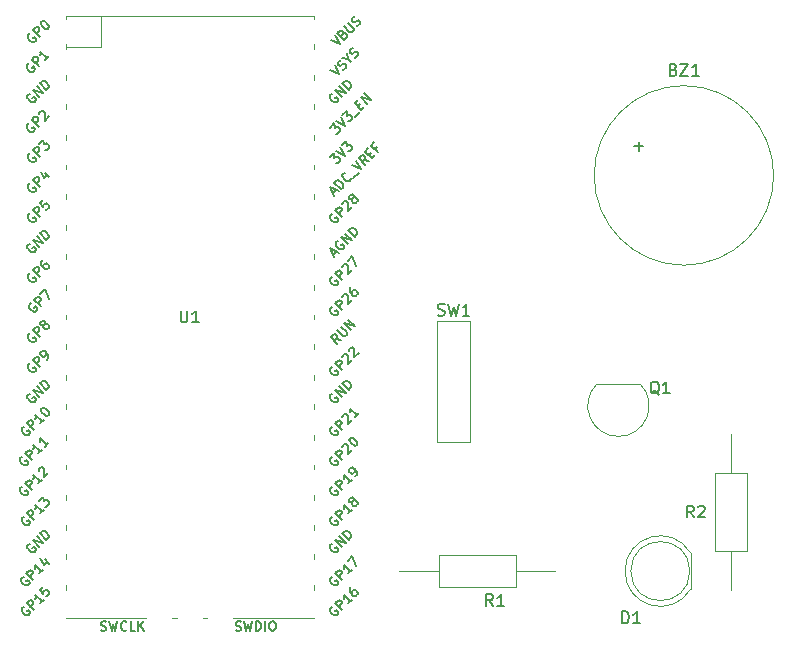
<source format=gbr>
%TF.GenerationSoftware,KiCad,Pcbnew,8.0.1*%
%TF.CreationDate,2024-04-01T14:38:54-03:00*%
%TF.ProjectId,PonderadaPCB,506f6e64-6572-4616-9461-5043422e6b69,rev?*%
%TF.SameCoordinates,Original*%
%TF.FileFunction,Legend,Top*%
%TF.FilePolarity,Positive*%
%FSLAX46Y46*%
G04 Gerber Fmt 4.6, Leading zero omitted, Abs format (unit mm)*
G04 Created by KiCad (PCBNEW 8.0.1) date 2024-04-01 14:38:54*
%MOMM*%
%LPD*%
G01*
G04 APERTURE LIST*
%ADD10C,0.150000*%
%ADD11C,0.120000*%
G04 APERTURE END LIST*
D10*
X180261905Y-123414819D02*
X180261905Y-122414819D01*
X180261905Y-122414819D02*
X180500000Y-122414819D01*
X180500000Y-122414819D02*
X180642857Y-122462438D01*
X180642857Y-122462438D02*
X180738095Y-122557676D01*
X180738095Y-122557676D02*
X180785714Y-122652914D01*
X180785714Y-122652914D02*
X180833333Y-122843390D01*
X180833333Y-122843390D02*
X180833333Y-122986247D01*
X180833333Y-122986247D02*
X180785714Y-123176723D01*
X180785714Y-123176723D02*
X180738095Y-123271961D01*
X180738095Y-123271961D02*
X180642857Y-123367200D01*
X180642857Y-123367200D02*
X180500000Y-123414819D01*
X180500000Y-123414819D02*
X180261905Y-123414819D01*
X181785714Y-123414819D02*
X181214286Y-123414819D01*
X181500000Y-123414819D02*
X181500000Y-122414819D01*
X181500000Y-122414819D02*
X181404762Y-122557676D01*
X181404762Y-122557676D02*
X181309524Y-122652914D01*
X181309524Y-122652914D02*
X181214286Y-122700533D01*
X169333333Y-121954819D02*
X169000000Y-121478628D01*
X168761905Y-121954819D02*
X168761905Y-120954819D01*
X168761905Y-120954819D02*
X169142857Y-120954819D01*
X169142857Y-120954819D02*
X169238095Y-121002438D01*
X169238095Y-121002438D02*
X169285714Y-121050057D01*
X169285714Y-121050057D02*
X169333333Y-121145295D01*
X169333333Y-121145295D02*
X169333333Y-121288152D01*
X169333333Y-121288152D02*
X169285714Y-121383390D01*
X169285714Y-121383390D02*
X169238095Y-121431009D01*
X169238095Y-121431009D02*
X169142857Y-121478628D01*
X169142857Y-121478628D02*
X168761905Y-121478628D01*
X170285714Y-121954819D02*
X169714286Y-121954819D01*
X170000000Y-121954819D02*
X170000000Y-120954819D01*
X170000000Y-120954819D02*
X169904762Y-121097676D01*
X169904762Y-121097676D02*
X169809524Y-121192914D01*
X169809524Y-121192914D02*
X169714286Y-121240533D01*
X164666667Y-97327200D02*
X164809524Y-97374819D01*
X164809524Y-97374819D02*
X165047619Y-97374819D01*
X165047619Y-97374819D02*
X165142857Y-97327200D01*
X165142857Y-97327200D02*
X165190476Y-97279580D01*
X165190476Y-97279580D02*
X165238095Y-97184342D01*
X165238095Y-97184342D02*
X165238095Y-97089104D01*
X165238095Y-97089104D02*
X165190476Y-96993866D01*
X165190476Y-96993866D02*
X165142857Y-96946247D01*
X165142857Y-96946247D02*
X165047619Y-96898628D01*
X165047619Y-96898628D02*
X164857143Y-96851009D01*
X164857143Y-96851009D02*
X164761905Y-96803390D01*
X164761905Y-96803390D02*
X164714286Y-96755771D01*
X164714286Y-96755771D02*
X164666667Y-96660533D01*
X164666667Y-96660533D02*
X164666667Y-96565295D01*
X164666667Y-96565295D02*
X164714286Y-96470057D01*
X164714286Y-96470057D02*
X164761905Y-96422438D01*
X164761905Y-96422438D02*
X164857143Y-96374819D01*
X164857143Y-96374819D02*
X165095238Y-96374819D01*
X165095238Y-96374819D02*
X165238095Y-96422438D01*
X165571429Y-96374819D02*
X165809524Y-97374819D01*
X165809524Y-97374819D02*
X166000000Y-96660533D01*
X166000000Y-96660533D02*
X166190476Y-97374819D01*
X166190476Y-97374819D02*
X166428572Y-96374819D01*
X167333333Y-97374819D02*
X166761905Y-97374819D01*
X167047619Y-97374819D02*
X167047619Y-96374819D01*
X167047619Y-96374819D02*
X166952381Y-96517676D01*
X166952381Y-96517676D02*
X166857143Y-96612914D01*
X166857143Y-96612914D02*
X166761905Y-96660533D01*
X183404761Y-104050057D02*
X183309523Y-104002438D01*
X183309523Y-104002438D02*
X183214285Y-103907200D01*
X183214285Y-103907200D02*
X183071428Y-103764342D01*
X183071428Y-103764342D02*
X182976190Y-103716723D01*
X182976190Y-103716723D02*
X182880952Y-103716723D01*
X182928571Y-103954819D02*
X182833333Y-103907200D01*
X182833333Y-103907200D02*
X182738095Y-103811961D01*
X182738095Y-103811961D02*
X182690476Y-103621485D01*
X182690476Y-103621485D02*
X182690476Y-103288152D01*
X182690476Y-103288152D02*
X182738095Y-103097676D01*
X182738095Y-103097676D02*
X182833333Y-103002438D01*
X182833333Y-103002438D02*
X182928571Y-102954819D01*
X182928571Y-102954819D02*
X183119047Y-102954819D01*
X183119047Y-102954819D02*
X183214285Y-103002438D01*
X183214285Y-103002438D02*
X183309523Y-103097676D01*
X183309523Y-103097676D02*
X183357142Y-103288152D01*
X183357142Y-103288152D02*
X183357142Y-103621485D01*
X183357142Y-103621485D02*
X183309523Y-103811961D01*
X183309523Y-103811961D02*
X183214285Y-103907200D01*
X183214285Y-103907200D02*
X183119047Y-103954819D01*
X183119047Y-103954819D02*
X182928571Y-103954819D01*
X184309523Y-103954819D02*
X183738095Y-103954819D01*
X184023809Y-103954819D02*
X184023809Y-102954819D01*
X184023809Y-102954819D02*
X183928571Y-103097676D01*
X183928571Y-103097676D02*
X183833333Y-103192914D01*
X183833333Y-103192914D02*
X183738095Y-103240533D01*
X142883095Y-96939819D02*
X142883095Y-97749342D01*
X142883095Y-97749342D02*
X142930714Y-97844580D01*
X142930714Y-97844580D02*
X142978333Y-97892200D01*
X142978333Y-97892200D02*
X143073571Y-97939819D01*
X143073571Y-97939819D02*
X143264047Y-97939819D01*
X143264047Y-97939819D02*
X143359285Y-97892200D01*
X143359285Y-97892200D02*
X143406904Y-97844580D01*
X143406904Y-97844580D02*
X143454523Y-97749342D01*
X143454523Y-97749342D02*
X143454523Y-96939819D01*
X144454523Y-97939819D02*
X143883095Y-97939819D01*
X144168809Y-97939819D02*
X144168809Y-96939819D01*
X144168809Y-96939819D02*
X144073571Y-97082676D01*
X144073571Y-97082676D02*
X143978333Y-97177914D01*
X143978333Y-97177914D02*
X143883095Y-97225533D01*
X129634998Y-122005868D02*
X129554185Y-122032805D01*
X129554185Y-122032805D02*
X129473373Y-122113618D01*
X129473373Y-122113618D02*
X129419498Y-122221367D01*
X129419498Y-122221367D02*
X129419498Y-122329117D01*
X129419498Y-122329117D02*
X129446436Y-122409929D01*
X129446436Y-122409929D02*
X129527248Y-122544616D01*
X129527248Y-122544616D02*
X129608060Y-122625428D01*
X129608060Y-122625428D02*
X129742747Y-122706241D01*
X129742747Y-122706241D02*
X129823560Y-122733178D01*
X129823560Y-122733178D02*
X129931309Y-122733178D01*
X129931309Y-122733178D02*
X130039059Y-122679303D01*
X130039059Y-122679303D02*
X130092934Y-122625428D01*
X130092934Y-122625428D02*
X130146808Y-122517679D01*
X130146808Y-122517679D02*
X130146808Y-122463804D01*
X130146808Y-122463804D02*
X129958247Y-122275242D01*
X129958247Y-122275242D02*
X129850497Y-122382992D01*
X130443120Y-122275242D02*
X129877434Y-121709557D01*
X129877434Y-121709557D02*
X130092934Y-121494057D01*
X130092934Y-121494057D02*
X130173746Y-121467120D01*
X130173746Y-121467120D02*
X130227621Y-121467120D01*
X130227621Y-121467120D02*
X130308433Y-121494057D01*
X130308433Y-121494057D02*
X130389245Y-121574870D01*
X130389245Y-121574870D02*
X130416182Y-121655682D01*
X130416182Y-121655682D02*
X130416182Y-121709557D01*
X130416182Y-121709557D02*
X130389245Y-121790369D01*
X130389245Y-121790369D02*
X130173746Y-122005868D01*
X131305117Y-121413245D02*
X130981868Y-121736494D01*
X131143492Y-121574870D02*
X130577807Y-121009184D01*
X130577807Y-121009184D02*
X130604744Y-121143871D01*
X130604744Y-121143871D02*
X130604744Y-121251621D01*
X130604744Y-121251621D02*
X130577807Y-121332433D01*
X131251242Y-120335749D02*
X130981868Y-120605123D01*
X130981868Y-120605123D02*
X131224305Y-120901434D01*
X131224305Y-120901434D02*
X131224305Y-120847560D01*
X131224305Y-120847560D02*
X131251242Y-120766747D01*
X131251242Y-120766747D02*
X131385929Y-120632060D01*
X131385929Y-120632060D02*
X131466741Y-120605123D01*
X131466741Y-120605123D02*
X131520616Y-120605123D01*
X131520616Y-120605123D02*
X131601428Y-120632060D01*
X131601428Y-120632060D02*
X131736115Y-120766747D01*
X131736115Y-120766747D02*
X131763053Y-120847560D01*
X131763053Y-120847560D02*
X131763053Y-120901434D01*
X131763053Y-120901434D02*
X131736115Y-120982247D01*
X131736115Y-120982247D02*
X131601428Y-121116934D01*
X131601428Y-121116934D02*
X131520616Y-121143871D01*
X131520616Y-121143871D02*
X131466741Y-121143871D01*
X155742998Y-114385868D02*
X155662185Y-114412805D01*
X155662185Y-114412805D02*
X155581373Y-114493618D01*
X155581373Y-114493618D02*
X155527498Y-114601367D01*
X155527498Y-114601367D02*
X155527498Y-114709117D01*
X155527498Y-114709117D02*
X155554436Y-114789929D01*
X155554436Y-114789929D02*
X155635248Y-114924616D01*
X155635248Y-114924616D02*
X155716060Y-115005428D01*
X155716060Y-115005428D02*
X155850747Y-115086241D01*
X155850747Y-115086241D02*
X155931560Y-115113178D01*
X155931560Y-115113178D02*
X156039309Y-115113178D01*
X156039309Y-115113178D02*
X156147059Y-115059303D01*
X156147059Y-115059303D02*
X156200934Y-115005428D01*
X156200934Y-115005428D02*
X156254808Y-114897679D01*
X156254808Y-114897679D02*
X156254808Y-114843804D01*
X156254808Y-114843804D02*
X156066247Y-114655242D01*
X156066247Y-114655242D02*
X155958497Y-114762992D01*
X156551120Y-114655242D02*
X155985434Y-114089557D01*
X155985434Y-114089557D02*
X156200934Y-113874057D01*
X156200934Y-113874057D02*
X156281746Y-113847120D01*
X156281746Y-113847120D02*
X156335621Y-113847120D01*
X156335621Y-113847120D02*
X156416433Y-113874057D01*
X156416433Y-113874057D02*
X156497245Y-113954870D01*
X156497245Y-113954870D02*
X156524182Y-114035682D01*
X156524182Y-114035682D02*
X156524182Y-114089557D01*
X156524182Y-114089557D02*
X156497245Y-114170369D01*
X156497245Y-114170369D02*
X156281746Y-114385868D01*
X157413117Y-113793245D02*
X157089868Y-114116494D01*
X157251492Y-113954870D02*
X156685807Y-113389184D01*
X156685807Y-113389184D02*
X156712744Y-113523871D01*
X156712744Y-113523871D02*
X156712744Y-113631621D01*
X156712744Y-113631621D02*
X156685807Y-113712433D01*
X157413117Y-113146747D02*
X157332305Y-113173685D01*
X157332305Y-113173685D02*
X157278430Y-113173685D01*
X157278430Y-113173685D02*
X157197618Y-113146747D01*
X157197618Y-113146747D02*
X157170680Y-113119810D01*
X157170680Y-113119810D02*
X157143743Y-113038998D01*
X157143743Y-113038998D02*
X157143743Y-112985123D01*
X157143743Y-112985123D02*
X157170680Y-112904311D01*
X157170680Y-112904311D02*
X157278430Y-112796561D01*
X157278430Y-112796561D02*
X157359242Y-112769624D01*
X157359242Y-112769624D02*
X157413117Y-112769624D01*
X157413117Y-112769624D02*
X157493929Y-112796561D01*
X157493929Y-112796561D02*
X157520866Y-112823499D01*
X157520866Y-112823499D02*
X157547804Y-112904311D01*
X157547804Y-112904311D02*
X157547804Y-112958186D01*
X157547804Y-112958186D02*
X157520866Y-113038998D01*
X157520866Y-113038998D02*
X157413117Y-113146747D01*
X157413117Y-113146747D02*
X157386179Y-113227560D01*
X157386179Y-113227560D02*
X157386179Y-113281434D01*
X157386179Y-113281434D02*
X157413117Y-113362247D01*
X157413117Y-113362247D02*
X157520866Y-113469996D01*
X157520866Y-113469996D02*
X157601679Y-113496934D01*
X157601679Y-113496934D02*
X157655553Y-113496934D01*
X157655553Y-113496934D02*
X157736366Y-113469996D01*
X157736366Y-113469996D02*
X157844115Y-113362247D01*
X157844115Y-113362247D02*
X157871053Y-113281434D01*
X157871053Y-113281434D02*
X157871053Y-113227560D01*
X157871053Y-113227560D02*
X157844115Y-113146747D01*
X157844115Y-113146747D02*
X157736366Y-113038998D01*
X157736366Y-113038998D02*
X157655553Y-113012060D01*
X157655553Y-113012060D02*
X157601679Y-113012060D01*
X157601679Y-113012060D02*
X157520866Y-113038998D01*
X155742998Y-88731868D02*
X155662185Y-88758805D01*
X155662185Y-88758805D02*
X155581373Y-88839618D01*
X155581373Y-88839618D02*
X155527498Y-88947367D01*
X155527498Y-88947367D02*
X155527498Y-89055117D01*
X155527498Y-89055117D02*
X155554436Y-89135929D01*
X155554436Y-89135929D02*
X155635248Y-89270616D01*
X155635248Y-89270616D02*
X155716060Y-89351428D01*
X155716060Y-89351428D02*
X155850747Y-89432241D01*
X155850747Y-89432241D02*
X155931560Y-89459178D01*
X155931560Y-89459178D02*
X156039309Y-89459178D01*
X156039309Y-89459178D02*
X156147059Y-89405303D01*
X156147059Y-89405303D02*
X156200934Y-89351428D01*
X156200934Y-89351428D02*
X156254808Y-89243679D01*
X156254808Y-89243679D02*
X156254808Y-89189804D01*
X156254808Y-89189804D02*
X156066247Y-89001242D01*
X156066247Y-89001242D02*
X155958497Y-89108992D01*
X156551120Y-89001242D02*
X155985434Y-88435557D01*
X155985434Y-88435557D02*
X156200934Y-88220057D01*
X156200934Y-88220057D02*
X156281746Y-88193120D01*
X156281746Y-88193120D02*
X156335621Y-88193120D01*
X156335621Y-88193120D02*
X156416433Y-88220057D01*
X156416433Y-88220057D02*
X156497245Y-88300870D01*
X156497245Y-88300870D02*
X156524182Y-88381682D01*
X156524182Y-88381682D02*
X156524182Y-88435557D01*
X156524182Y-88435557D02*
X156497245Y-88516369D01*
X156497245Y-88516369D02*
X156281746Y-88731868D01*
X156578057Y-87950683D02*
X156578057Y-87896809D01*
X156578057Y-87896809D02*
X156604995Y-87815996D01*
X156604995Y-87815996D02*
X156739682Y-87681309D01*
X156739682Y-87681309D02*
X156820494Y-87654372D01*
X156820494Y-87654372D02*
X156874369Y-87654372D01*
X156874369Y-87654372D02*
X156955181Y-87681309D01*
X156955181Y-87681309D02*
X157009056Y-87735184D01*
X157009056Y-87735184D02*
X157062930Y-87842934D01*
X157062930Y-87842934D02*
X157062930Y-88489431D01*
X157062930Y-88489431D02*
X157413117Y-88139245D01*
X157413117Y-87492747D02*
X157332305Y-87519685D01*
X157332305Y-87519685D02*
X157278430Y-87519685D01*
X157278430Y-87519685D02*
X157197618Y-87492747D01*
X157197618Y-87492747D02*
X157170680Y-87465810D01*
X157170680Y-87465810D02*
X157143743Y-87384998D01*
X157143743Y-87384998D02*
X157143743Y-87331123D01*
X157143743Y-87331123D02*
X157170680Y-87250311D01*
X157170680Y-87250311D02*
X157278430Y-87142561D01*
X157278430Y-87142561D02*
X157359242Y-87115624D01*
X157359242Y-87115624D02*
X157413117Y-87115624D01*
X157413117Y-87115624D02*
X157493929Y-87142561D01*
X157493929Y-87142561D02*
X157520866Y-87169499D01*
X157520866Y-87169499D02*
X157547804Y-87250311D01*
X157547804Y-87250311D02*
X157547804Y-87304186D01*
X157547804Y-87304186D02*
X157520866Y-87384998D01*
X157520866Y-87384998D02*
X157413117Y-87492747D01*
X157413117Y-87492747D02*
X157386179Y-87573560D01*
X157386179Y-87573560D02*
X157386179Y-87627434D01*
X157386179Y-87627434D02*
X157413117Y-87708247D01*
X157413117Y-87708247D02*
X157520866Y-87815996D01*
X157520866Y-87815996D02*
X157601679Y-87842934D01*
X157601679Y-87842934D02*
X157655553Y-87842934D01*
X157655553Y-87842934D02*
X157736366Y-87815996D01*
X157736366Y-87815996D02*
X157844115Y-87708247D01*
X157844115Y-87708247D02*
X157871053Y-87627434D01*
X157871053Y-87627434D02*
X157871053Y-87573560D01*
X157871053Y-87573560D02*
X157844115Y-87492747D01*
X157844115Y-87492747D02*
X157736366Y-87384998D01*
X157736366Y-87384998D02*
X157655553Y-87358060D01*
X157655553Y-87358060D02*
X157601679Y-87358060D01*
X157601679Y-87358060D02*
X157520866Y-87384998D01*
X130131435Y-91283431D02*
X130050623Y-91310368D01*
X130050623Y-91310368D02*
X129969811Y-91391180D01*
X129969811Y-91391180D02*
X129915936Y-91498930D01*
X129915936Y-91498930D02*
X129915936Y-91606680D01*
X129915936Y-91606680D02*
X129942873Y-91687492D01*
X129942873Y-91687492D02*
X130023685Y-91822179D01*
X130023685Y-91822179D02*
X130104498Y-91902991D01*
X130104498Y-91902991D02*
X130239185Y-91983803D01*
X130239185Y-91983803D02*
X130319997Y-92010741D01*
X130319997Y-92010741D02*
X130427746Y-92010741D01*
X130427746Y-92010741D02*
X130535496Y-91956866D01*
X130535496Y-91956866D02*
X130589371Y-91902991D01*
X130589371Y-91902991D02*
X130643246Y-91795241D01*
X130643246Y-91795241D02*
X130643246Y-91741367D01*
X130643246Y-91741367D02*
X130454684Y-91552805D01*
X130454684Y-91552805D02*
X130346934Y-91660554D01*
X130939557Y-91552805D02*
X130373872Y-90987119D01*
X130373872Y-90987119D02*
X131262806Y-91229556D01*
X131262806Y-91229556D02*
X130697120Y-90663871D01*
X131532180Y-90960182D02*
X130966494Y-90394497D01*
X130966494Y-90394497D02*
X131101181Y-90259810D01*
X131101181Y-90259810D02*
X131208931Y-90205935D01*
X131208931Y-90205935D02*
X131316680Y-90205935D01*
X131316680Y-90205935D02*
X131397493Y-90232872D01*
X131397493Y-90232872D02*
X131532180Y-90313685D01*
X131532180Y-90313685D02*
X131612992Y-90394497D01*
X131612992Y-90394497D02*
X131693804Y-90529184D01*
X131693804Y-90529184D02*
X131720741Y-90609996D01*
X131720741Y-90609996D02*
X131720741Y-90717746D01*
X131720741Y-90717746D02*
X131666867Y-90825495D01*
X131666867Y-90825495D02*
X131532180Y-90960182D01*
X155742998Y-122005868D02*
X155662185Y-122032805D01*
X155662185Y-122032805D02*
X155581373Y-122113618D01*
X155581373Y-122113618D02*
X155527498Y-122221367D01*
X155527498Y-122221367D02*
X155527498Y-122329117D01*
X155527498Y-122329117D02*
X155554436Y-122409929D01*
X155554436Y-122409929D02*
X155635248Y-122544616D01*
X155635248Y-122544616D02*
X155716060Y-122625428D01*
X155716060Y-122625428D02*
X155850747Y-122706241D01*
X155850747Y-122706241D02*
X155931560Y-122733178D01*
X155931560Y-122733178D02*
X156039309Y-122733178D01*
X156039309Y-122733178D02*
X156147059Y-122679303D01*
X156147059Y-122679303D02*
X156200934Y-122625428D01*
X156200934Y-122625428D02*
X156254808Y-122517679D01*
X156254808Y-122517679D02*
X156254808Y-122463804D01*
X156254808Y-122463804D02*
X156066247Y-122275242D01*
X156066247Y-122275242D02*
X155958497Y-122382992D01*
X156551120Y-122275242D02*
X155985434Y-121709557D01*
X155985434Y-121709557D02*
X156200934Y-121494057D01*
X156200934Y-121494057D02*
X156281746Y-121467120D01*
X156281746Y-121467120D02*
X156335621Y-121467120D01*
X156335621Y-121467120D02*
X156416433Y-121494057D01*
X156416433Y-121494057D02*
X156497245Y-121574870D01*
X156497245Y-121574870D02*
X156524182Y-121655682D01*
X156524182Y-121655682D02*
X156524182Y-121709557D01*
X156524182Y-121709557D02*
X156497245Y-121790369D01*
X156497245Y-121790369D02*
X156281746Y-122005868D01*
X157413117Y-121413245D02*
X157089868Y-121736494D01*
X157251492Y-121574870D02*
X156685807Y-121009184D01*
X156685807Y-121009184D02*
X156712744Y-121143871D01*
X156712744Y-121143871D02*
X156712744Y-121251621D01*
X156712744Y-121251621D02*
X156685807Y-121332433D01*
X157332305Y-120362686D02*
X157224555Y-120470436D01*
X157224555Y-120470436D02*
X157197618Y-120551248D01*
X157197618Y-120551248D02*
X157197618Y-120605123D01*
X157197618Y-120605123D02*
X157224555Y-120739810D01*
X157224555Y-120739810D02*
X157305367Y-120874497D01*
X157305367Y-120874497D02*
X157520866Y-121089996D01*
X157520866Y-121089996D02*
X157601679Y-121116934D01*
X157601679Y-121116934D02*
X157655553Y-121116934D01*
X157655553Y-121116934D02*
X157736366Y-121089996D01*
X157736366Y-121089996D02*
X157844115Y-120982247D01*
X157844115Y-120982247D02*
X157871053Y-120901434D01*
X157871053Y-120901434D02*
X157871053Y-120847560D01*
X157871053Y-120847560D02*
X157844115Y-120766747D01*
X157844115Y-120766747D02*
X157709428Y-120632060D01*
X157709428Y-120632060D02*
X157628616Y-120605123D01*
X157628616Y-120605123D02*
X157574741Y-120605123D01*
X157574741Y-120605123D02*
X157493929Y-120632060D01*
X157493929Y-120632060D02*
X157386179Y-120739810D01*
X157386179Y-120739810D02*
X157359242Y-120820622D01*
X157359242Y-120820622D02*
X157359242Y-120874497D01*
X157359242Y-120874497D02*
X157386179Y-120955309D01*
X129488998Y-111845868D02*
X129408185Y-111872805D01*
X129408185Y-111872805D02*
X129327373Y-111953618D01*
X129327373Y-111953618D02*
X129273498Y-112061367D01*
X129273498Y-112061367D02*
X129273498Y-112169117D01*
X129273498Y-112169117D02*
X129300436Y-112249929D01*
X129300436Y-112249929D02*
X129381248Y-112384616D01*
X129381248Y-112384616D02*
X129462060Y-112465428D01*
X129462060Y-112465428D02*
X129596747Y-112546241D01*
X129596747Y-112546241D02*
X129677560Y-112573178D01*
X129677560Y-112573178D02*
X129785309Y-112573178D01*
X129785309Y-112573178D02*
X129893059Y-112519303D01*
X129893059Y-112519303D02*
X129946934Y-112465428D01*
X129946934Y-112465428D02*
X130000808Y-112357679D01*
X130000808Y-112357679D02*
X130000808Y-112303804D01*
X130000808Y-112303804D02*
X129812247Y-112115242D01*
X129812247Y-112115242D02*
X129704497Y-112222992D01*
X130297120Y-112115242D02*
X129731434Y-111549557D01*
X129731434Y-111549557D02*
X129946934Y-111334057D01*
X129946934Y-111334057D02*
X130027746Y-111307120D01*
X130027746Y-111307120D02*
X130081621Y-111307120D01*
X130081621Y-111307120D02*
X130162433Y-111334057D01*
X130162433Y-111334057D02*
X130243245Y-111414870D01*
X130243245Y-111414870D02*
X130270182Y-111495682D01*
X130270182Y-111495682D02*
X130270182Y-111549557D01*
X130270182Y-111549557D02*
X130243245Y-111630369D01*
X130243245Y-111630369D02*
X130027746Y-111845868D01*
X131159117Y-111253245D02*
X130835868Y-111576494D01*
X130997492Y-111414870D02*
X130431807Y-110849184D01*
X130431807Y-110849184D02*
X130458744Y-110983871D01*
X130458744Y-110983871D02*
X130458744Y-111091621D01*
X130458744Y-111091621D02*
X130431807Y-111172433D01*
X130862805Y-110525935D02*
X130862805Y-110472060D01*
X130862805Y-110472060D02*
X130889743Y-110391248D01*
X130889743Y-110391248D02*
X131024430Y-110256561D01*
X131024430Y-110256561D02*
X131105242Y-110229624D01*
X131105242Y-110229624D02*
X131159117Y-110229624D01*
X131159117Y-110229624D02*
X131239929Y-110256561D01*
X131239929Y-110256561D02*
X131293804Y-110310436D01*
X131293804Y-110310436D02*
X131347679Y-110418186D01*
X131347679Y-110418186D02*
X131347679Y-111064683D01*
X131347679Y-111064683D02*
X131697865Y-110714497D01*
X130058372Y-81096494D02*
X129977560Y-81123431D01*
X129977560Y-81123431D02*
X129896748Y-81204243D01*
X129896748Y-81204243D02*
X129842873Y-81311993D01*
X129842873Y-81311993D02*
X129842873Y-81419742D01*
X129842873Y-81419742D02*
X129869810Y-81500555D01*
X129869810Y-81500555D02*
X129950623Y-81635242D01*
X129950623Y-81635242D02*
X130031435Y-81716054D01*
X130031435Y-81716054D02*
X130166122Y-81796866D01*
X130166122Y-81796866D02*
X130246934Y-81823803D01*
X130246934Y-81823803D02*
X130354684Y-81823803D01*
X130354684Y-81823803D02*
X130462433Y-81769929D01*
X130462433Y-81769929D02*
X130516308Y-81716054D01*
X130516308Y-81716054D02*
X130570183Y-81608304D01*
X130570183Y-81608304D02*
X130570183Y-81554429D01*
X130570183Y-81554429D02*
X130381621Y-81365868D01*
X130381621Y-81365868D02*
X130273871Y-81473617D01*
X130866494Y-81365868D02*
X130300809Y-80800182D01*
X130300809Y-80800182D02*
X130516308Y-80584683D01*
X130516308Y-80584683D02*
X130597120Y-80557746D01*
X130597120Y-80557746D02*
X130650995Y-80557746D01*
X130650995Y-80557746D02*
X130731807Y-80584683D01*
X130731807Y-80584683D02*
X130812619Y-80665495D01*
X130812619Y-80665495D02*
X130839557Y-80746307D01*
X130839557Y-80746307D02*
X130839557Y-80800182D01*
X130839557Y-80800182D02*
X130812619Y-80880994D01*
X130812619Y-80880994D02*
X130597120Y-81096494D01*
X130893432Y-80315309D02*
X130893432Y-80261434D01*
X130893432Y-80261434D02*
X130920369Y-80180622D01*
X130920369Y-80180622D02*
X131055056Y-80045935D01*
X131055056Y-80045935D02*
X131135868Y-80018998D01*
X131135868Y-80018998D02*
X131189743Y-80018998D01*
X131189743Y-80018998D02*
X131270555Y-80045935D01*
X131270555Y-80045935D02*
X131324430Y-80099810D01*
X131324430Y-80099810D02*
X131378305Y-80207559D01*
X131378305Y-80207559D02*
X131378305Y-80854057D01*
X131378305Y-80854057D02*
X131728491Y-80503871D01*
X155742998Y-109305868D02*
X155662185Y-109332805D01*
X155662185Y-109332805D02*
X155581373Y-109413618D01*
X155581373Y-109413618D02*
X155527498Y-109521367D01*
X155527498Y-109521367D02*
X155527498Y-109629117D01*
X155527498Y-109629117D02*
X155554436Y-109709929D01*
X155554436Y-109709929D02*
X155635248Y-109844616D01*
X155635248Y-109844616D02*
X155716060Y-109925428D01*
X155716060Y-109925428D02*
X155850747Y-110006241D01*
X155850747Y-110006241D02*
X155931560Y-110033178D01*
X155931560Y-110033178D02*
X156039309Y-110033178D01*
X156039309Y-110033178D02*
X156147059Y-109979303D01*
X156147059Y-109979303D02*
X156200934Y-109925428D01*
X156200934Y-109925428D02*
X156254808Y-109817679D01*
X156254808Y-109817679D02*
X156254808Y-109763804D01*
X156254808Y-109763804D02*
X156066247Y-109575242D01*
X156066247Y-109575242D02*
X155958497Y-109682992D01*
X156551120Y-109575242D02*
X155985434Y-109009557D01*
X155985434Y-109009557D02*
X156200934Y-108794057D01*
X156200934Y-108794057D02*
X156281746Y-108767120D01*
X156281746Y-108767120D02*
X156335621Y-108767120D01*
X156335621Y-108767120D02*
X156416433Y-108794057D01*
X156416433Y-108794057D02*
X156497245Y-108874870D01*
X156497245Y-108874870D02*
X156524182Y-108955682D01*
X156524182Y-108955682D02*
X156524182Y-109009557D01*
X156524182Y-109009557D02*
X156497245Y-109090369D01*
X156497245Y-109090369D02*
X156281746Y-109305868D01*
X156578057Y-108524683D02*
X156578057Y-108470809D01*
X156578057Y-108470809D02*
X156604995Y-108389996D01*
X156604995Y-108389996D02*
X156739682Y-108255309D01*
X156739682Y-108255309D02*
X156820494Y-108228372D01*
X156820494Y-108228372D02*
X156874369Y-108228372D01*
X156874369Y-108228372D02*
X156955181Y-108255309D01*
X156955181Y-108255309D02*
X157009056Y-108309184D01*
X157009056Y-108309184D02*
X157062930Y-108416934D01*
X157062930Y-108416934D02*
X157062930Y-109063431D01*
X157062930Y-109063431D02*
X157413117Y-108713245D01*
X157197618Y-107797373D02*
X157251492Y-107743499D01*
X157251492Y-107743499D02*
X157332305Y-107716561D01*
X157332305Y-107716561D02*
X157386179Y-107716561D01*
X157386179Y-107716561D02*
X157466992Y-107743499D01*
X157466992Y-107743499D02*
X157601679Y-107824311D01*
X157601679Y-107824311D02*
X157736366Y-107958998D01*
X157736366Y-107958998D02*
X157817178Y-108093685D01*
X157817178Y-108093685D02*
X157844115Y-108174497D01*
X157844115Y-108174497D02*
X157844115Y-108228372D01*
X157844115Y-108228372D02*
X157817178Y-108309184D01*
X157817178Y-108309184D02*
X157763303Y-108363059D01*
X157763303Y-108363059D02*
X157682491Y-108389996D01*
X157682491Y-108389996D02*
X157628616Y-108389996D01*
X157628616Y-108389996D02*
X157547804Y-108363059D01*
X157547804Y-108363059D02*
X157413117Y-108282247D01*
X157413117Y-108282247D02*
X157278430Y-108147560D01*
X157278430Y-108147560D02*
X157197618Y-108012873D01*
X157197618Y-108012873D02*
X157170680Y-107932060D01*
X157170680Y-107932060D02*
X157170680Y-107878186D01*
X157170680Y-107878186D02*
X157197618Y-107797373D01*
X130158372Y-73476494D02*
X130077560Y-73503431D01*
X130077560Y-73503431D02*
X129996748Y-73584243D01*
X129996748Y-73584243D02*
X129942873Y-73691993D01*
X129942873Y-73691993D02*
X129942873Y-73799742D01*
X129942873Y-73799742D02*
X129969810Y-73880555D01*
X129969810Y-73880555D02*
X130050623Y-74015242D01*
X130050623Y-74015242D02*
X130131435Y-74096054D01*
X130131435Y-74096054D02*
X130266122Y-74176866D01*
X130266122Y-74176866D02*
X130346934Y-74203803D01*
X130346934Y-74203803D02*
X130454684Y-74203803D01*
X130454684Y-74203803D02*
X130562433Y-74149929D01*
X130562433Y-74149929D02*
X130616308Y-74096054D01*
X130616308Y-74096054D02*
X130670183Y-73988304D01*
X130670183Y-73988304D02*
X130670183Y-73934429D01*
X130670183Y-73934429D02*
X130481621Y-73745868D01*
X130481621Y-73745868D02*
X130373871Y-73853617D01*
X130966494Y-73745868D02*
X130400809Y-73180182D01*
X130400809Y-73180182D02*
X130616308Y-72964683D01*
X130616308Y-72964683D02*
X130697120Y-72937746D01*
X130697120Y-72937746D02*
X130750995Y-72937746D01*
X130750995Y-72937746D02*
X130831807Y-72964683D01*
X130831807Y-72964683D02*
X130912619Y-73045495D01*
X130912619Y-73045495D02*
X130939557Y-73126307D01*
X130939557Y-73126307D02*
X130939557Y-73180182D01*
X130939557Y-73180182D02*
X130912619Y-73260994D01*
X130912619Y-73260994D02*
X130697120Y-73476494D01*
X131074244Y-72506747D02*
X131128119Y-72452872D01*
X131128119Y-72452872D02*
X131208931Y-72425935D01*
X131208931Y-72425935D02*
X131262806Y-72425935D01*
X131262806Y-72425935D02*
X131343618Y-72452872D01*
X131343618Y-72452872D02*
X131478305Y-72533685D01*
X131478305Y-72533685D02*
X131612992Y-72668372D01*
X131612992Y-72668372D02*
X131693804Y-72803059D01*
X131693804Y-72803059D02*
X131720741Y-72883871D01*
X131720741Y-72883871D02*
X131720741Y-72937746D01*
X131720741Y-72937746D02*
X131693804Y-73018558D01*
X131693804Y-73018558D02*
X131639929Y-73072433D01*
X131639929Y-73072433D02*
X131559117Y-73099370D01*
X131559117Y-73099370D02*
X131505242Y-73099370D01*
X131505242Y-73099370D02*
X131424430Y-73072433D01*
X131424430Y-73072433D02*
X131289743Y-72991620D01*
X131289743Y-72991620D02*
X131155056Y-72856933D01*
X131155056Y-72856933D02*
X131074244Y-72722246D01*
X131074244Y-72722246D02*
X131047306Y-72641434D01*
X131047306Y-72641434D02*
X131047306Y-72587559D01*
X131047306Y-72587559D02*
X131074244Y-72506747D01*
X130158372Y-83636494D02*
X130077560Y-83663431D01*
X130077560Y-83663431D02*
X129996748Y-83744243D01*
X129996748Y-83744243D02*
X129942873Y-83851993D01*
X129942873Y-83851993D02*
X129942873Y-83959742D01*
X129942873Y-83959742D02*
X129969810Y-84040555D01*
X129969810Y-84040555D02*
X130050623Y-84175242D01*
X130050623Y-84175242D02*
X130131435Y-84256054D01*
X130131435Y-84256054D02*
X130266122Y-84336866D01*
X130266122Y-84336866D02*
X130346934Y-84363803D01*
X130346934Y-84363803D02*
X130454684Y-84363803D01*
X130454684Y-84363803D02*
X130562433Y-84309929D01*
X130562433Y-84309929D02*
X130616308Y-84256054D01*
X130616308Y-84256054D02*
X130670183Y-84148304D01*
X130670183Y-84148304D02*
X130670183Y-84094429D01*
X130670183Y-84094429D02*
X130481621Y-83905868D01*
X130481621Y-83905868D02*
X130373871Y-84013617D01*
X130966494Y-83905868D02*
X130400809Y-83340182D01*
X130400809Y-83340182D02*
X130616308Y-83124683D01*
X130616308Y-83124683D02*
X130697120Y-83097746D01*
X130697120Y-83097746D02*
X130750995Y-83097746D01*
X130750995Y-83097746D02*
X130831807Y-83124683D01*
X130831807Y-83124683D02*
X130912619Y-83205495D01*
X130912619Y-83205495D02*
X130939557Y-83286307D01*
X130939557Y-83286307D02*
X130939557Y-83340182D01*
X130939557Y-83340182D02*
X130912619Y-83420994D01*
X130912619Y-83420994D02*
X130697120Y-83636494D01*
X130912619Y-82828372D02*
X131262806Y-82478185D01*
X131262806Y-82478185D02*
X131289743Y-82882246D01*
X131289743Y-82882246D02*
X131370555Y-82801434D01*
X131370555Y-82801434D02*
X131451367Y-82774497D01*
X131451367Y-82774497D02*
X131505242Y-82774497D01*
X131505242Y-82774497D02*
X131586054Y-82801434D01*
X131586054Y-82801434D02*
X131720741Y-82936121D01*
X131720741Y-82936121D02*
X131747679Y-83016933D01*
X131747679Y-83016933D02*
X131747679Y-83070808D01*
X131747679Y-83070808D02*
X131720741Y-83151620D01*
X131720741Y-83151620D02*
X131559117Y-83313245D01*
X131559117Y-83313245D02*
X131478305Y-83340182D01*
X131478305Y-83340182D02*
X131424430Y-83340182D01*
X136135475Y-124009200D02*
X136249761Y-124047295D01*
X136249761Y-124047295D02*
X136440237Y-124047295D01*
X136440237Y-124047295D02*
X136516428Y-124009200D01*
X136516428Y-124009200D02*
X136554523Y-123971104D01*
X136554523Y-123971104D02*
X136592618Y-123894914D01*
X136592618Y-123894914D02*
X136592618Y-123818723D01*
X136592618Y-123818723D02*
X136554523Y-123742533D01*
X136554523Y-123742533D02*
X136516428Y-123704438D01*
X136516428Y-123704438D02*
X136440237Y-123666342D01*
X136440237Y-123666342D02*
X136287856Y-123628247D01*
X136287856Y-123628247D02*
X136211666Y-123590152D01*
X136211666Y-123590152D02*
X136173571Y-123552057D01*
X136173571Y-123552057D02*
X136135475Y-123475866D01*
X136135475Y-123475866D02*
X136135475Y-123399676D01*
X136135475Y-123399676D02*
X136173571Y-123323485D01*
X136173571Y-123323485D02*
X136211666Y-123285390D01*
X136211666Y-123285390D02*
X136287856Y-123247295D01*
X136287856Y-123247295D02*
X136478333Y-123247295D01*
X136478333Y-123247295D02*
X136592618Y-123285390D01*
X136859285Y-123247295D02*
X137049761Y-124047295D01*
X137049761Y-124047295D02*
X137202142Y-123475866D01*
X137202142Y-123475866D02*
X137354523Y-124047295D01*
X137354523Y-124047295D02*
X137545000Y-123247295D01*
X138306905Y-123971104D02*
X138268809Y-124009200D01*
X138268809Y-124009200D02*
X138154524Y-124047295D01*
X138154524Y-124047295D02*
X138078333Y-124047295D01*
X138078333Y-124047295D02*
X137964047Y-124009200D01*
X137964047Y-124009200D02*
X137887857Y-123933009D01*
X137887857Y-123933009D02*
X137849762Y-123856819D01*
X137849762Y-123856819D02*
X137811666Y-123704438D01*
X137811666Y-123704438D02*
X137811666Y-123590152D01*
X137811666Y-123590152D02*
X137849762Y-123437771D01*
X137849762Y-123437771D02*
X137887857Y-123361580D01*
X137887857Y-123361580D02*
X137964047Y-123285390D01*
X137964047Y-123285390D02*
X138078333Y-123247295D01*
X138078333Y-123247295D02*
X138154524Y-123247295D01*
X138154524Y-123247295D02*
X138268809Y-123285390D01*
X138268809Y-123285390D02*
X138306905Y-123323485D01*
X139030714Y-124047295D02*
X138649762Y-124047295D01*
X138649762Y-124047295D02*
X138649762Y-123247295D01*
X139297381Y-124047295D02*
X139297381Y-123247295D01*
X139754524Y-124047295D02*
X139411666Y-123590152D01*
X139754524Y-123247295D02*
X139297381Y-123704438D01*
X129634998Y-114385868D02*
X129554185Y-114412805D01*
X129554185Y-114412805D02*
X129473373Y-114493618D01*
X129473373Y-114493618D02*
X129419498Y-114601367D01*
X129419498Y-114601367D02*
X129419498Y-114709117D01*
X129419498Y-114709117D02*
X129446436Y-114789929D01*
X129446436Y-114789929D02*
X129527248Y-114924616D01*
X129527248Y-114924616D02*
X129608060Y-115005428D01*
X129608060Y-115005428D02*
X129742747Y-115086241D01*
X129742747Y-115086241D02*
X129823560Y-115113178D01*
X129823560Y-115113178D02*
X129931309Y-115113178D01*
X129931309Y-115113178D02*
X130039059Y-115059303D01*
X130039059Y-115059303D02*
X130092934Y-115005428D01*
X130092934Y-115005428D02*
X130146808Y-114897679D01*
X130146808Y-114897679D02*
X130146808Y-114843804D01*
X130146808Y-114843804D02*
X129958247Y-114655242D01*
X129958247Y-114655242D02*
X129850497Y-114762992D01*
X130443120Y-114655242D02*
X129877434Y-114089557D01*
X129877434Y-114089557D02*
X130092934Y-113874057D01*
X130092934Y-113874057D02*
X130173746Y-113847120D01*
X130173746Y-113847120D02*
X130227621Y-113847120D01*
X130227621Y-113847120D02*
X130308433Y-113874057D01*
X130308433Y-113874057D02*
X130389245Y-113954870D01*
X130389245Y-113954870D02*
X130416182Y-114035682D01*
X130416182Y-114035682D02*
X130416182Y-114089557D01*
X130416182Y-114089557D02*
X130389245Y-114170369D01*
X130389245Y-114170369D02*
X130173746Y-114385868D01*
X131305117Y-113793245D02*
X130981868Y-114116494D01*
X131143492Y-113954870D02*
X130577807Y-113389184D01*
X130577807Y-113389184D02*
X130604744Y-113523871D01*
X130604744Y-113523871D02*
X130604744Y-113631621D01*
X130604744Y-113631621D02*
X130577807Y-113712433D01*
X130927993Y-113038998D02*
X131278179Y-112688812D01*
X131278179Y-112688812D02*
X131305117Y-113092873D01*
X131305117Y-113092873D02*
X131385929Y-113012060D01*
X131385929Y-113012060D02*
X131466741Y-112985123D01*
X131466741Y-112985123D02*
X131520616Y-112985123D01*
X131520616Y-112985123D02*
X131601428Y-113012060D01*
X131601428Y-113012060D02*
X131736115Y-113146747D01*
X131736115Y-113146747D02*
X131763053Y-113227560D01*
X131763053Y-113227560D02*
X131763053Y-113281434D01*
X131763053Y-113281434D02*
X131736115Y-113362247D01*
X131736115Y-113362247D02*
X131574491Y-113523871D01*
X131574491Y-113523871D02*
X131493679Y-113550808D01*
X131493679Y-113550808D02*
X131439804Y-113550808D01*
X155800064Y-87019049D02*
X156069438Y-86749675D01*
X155907813Y-87234549D02*
X155530690Y-86480301D01*
X155530690Y-86480301D02*
X156284937Y-86857425D01*
X156473499Y-86668863D02*
X155907813Y-86103178D01*
X155907813Y-86103178D02*
X156042500Y-85968491D01*
X156042500Y-85968491D02*
X156150250Y-85914616D01*
X156150250Y-85914616D02*
X156257999Y-85914616D01*
X156257999Y-85914616D02*
X156338812Y-85941553D01*
X156338812Y-85941553D02*
X156473499Y-86022366D01*
X156473499Y-86022366D02*
X156554311Y-86103178D01*
X156554311Y-86103178D02*
X156635123Y-86237865D01*
X156635123Y-86237865D02*
X156662060Y-86318677D01*
X156662060Y-86318677D02*
X156662060Y-86426427D01*
X156662060Y-86426427D02*
X156608186Y-86534176D01*
X156608186Y-86534176D02*
X156473499Y-86668863D01*
X157308558Y-85726054D02*
X157308558Y-85779929D01*
X157308558Y-85779929D02*
X157254683Y-85887679D01*
X157254683Y-85887679D02*
X157200808Y-85941553D01*
X157200808Y-85941553D02*
X157093059Y-85995428D01*
X157093059Y-85995428D02*
X156985309Y-85995428D01*
X156985309Y-85995428D02*
X156904497Y-85968491D01*
X156904497Y-85968491D02*
X156769810Y-85887679D01*
X156769810Y-85887679D02*
X156688998Y-85806866D01*
X156688998Y-85806866D02*
X156608186Y-85672179D01*
X156608186Y-85672179D02*
X156581248Y-85591367D01*
X156581248Y-85591367D02*
X156581248Y-85483618D01*
X156581248Y-85483618D02*
X156635123Y-85375868D01*
X156635123Y-85375868D02*
X156688998Y-85321993D01*
X156688998Y-85321993D02*
X156796747Y-85268118D01*
X156796747Y-85268118D02*
X156850622Y-85268118D01*
X157524057Y-85726054D02*
X157955056Y-85295056D01*
X157389370Y-84621621D02*
X158143618Y-84998744D01*
X158143618Y-84998744D02*
X157766494Y-84244497D01*
X158843990Y-84298372D02*
X158386054Y-84217560D01*
X158520741Y-84621621D02*
X157955056Y-84055935D01*
X157955056Y-84055935D02*
X158170555Y-83840436D01*
X158170555Y-83840436D02*
X158251367Y-83813499D01*
X158251367Y-83813499D02*
X158305242Y-83813499D01*
X158305242Y-83813499D02*
X158386054Y-83840436D01*
X158386054Y-83840436D02*
X158466866Y-83921248D01*
X158466866Y-83921248D02*
X158493804Y-84002061D01*
X158493804Y-84002061D02*
X158493804Y-84055935D01*
X158493804Y-84055935D02*
X158466866Y-84136748D01*
X158466866Y-84136748D02*
X158251367Y-84352247D01*
X158790115Y-83759624D02*
X158978677Y-83571062D01*
X159355800Y-83786561D02*
X159086426Y-84055935D01*
X159086426Y-84055935D02*
X158520741Y-83490250D01*
X158520741Y-83490250D02*
X158790115Y-83220876D01*
X159490488Y-83059251D02*
X159301926Y-83247813D01*
X159598237Y-83544125D02*
X159032552Y-82978439D01*
X159032552Y-82978439D02*
X159301926Y-82709065D01*
X130131435Y-116683431D02*
X130050623Y-116710368D01*
X130050623Y-116710368D02*
X129969811Y-116791180D01*
X129969811Y-116791180D02*
X129915936Y-116898930D01*
X129915936Y-116898930D02*
X129915936Y-117006680D01*
X129915936Y-117006680D02*
X129942873Y-117087492D01*
X129942873Y-117087492D02*
X130023685Y-117222179D01*
X130023685Y-117222179D02*
X130104498Y-117302991D01*
X130104498Y-117302991D02*
X130239185Y-117383803D01*
X130239185Y-117383803D02*
X130319997Y-117410741D01*
X130319997Y-117410741D02*
X130427746Y-117410741D01*
X130427746Y-117410741D02*
X130535496Y-117356866D01*
X130535496Y-117356866D02*
X130589371Y-117302991D01*
X130589371Y-117302991D02*
X130643246Y-117195241D01*
X130643246Y-117195241D02*
X130643246Y-117141367D01*
X130643246Y-117141367D02*
X130454684Y-116952805D01*
X130454684Y-116952805D02*
X130346934Y-117060554D01*
X130939557Y-116952805D02*
X130373872Y-116387119D01*
X130373872Y-116387119D02*
X131262806Y-116629556D01*
X131262806Y-116629556D02*
X130697120Y-116063871D01*
X131532180Y-116360182D02*
X130966494Y-115794497D01*
X130966494Y-115794497D02*
X131101181Y-115659810D01*
X131101181Y-115659810D02*
X131208931Y-115605935D01*
X131208931Y-115605935D02*
X131316680Y-115605935D01*
X131316680Y-115605935D02*
X131397493Y-115632872D01*
X131397493Y-115632872D02*
X131532180Y-115713685D01*
X131532180Y-115713685D02*
X131612992Y-115794497D01*
X131612992Y-115794497D02*
X131693804Y-115929184D01*
X131693804Y-115929184D02*
X131720741Y-116009996D01*
X131720741Y-116009996D02*
X131720741Y-116117746D01*
X131720741Y-116117746D02*
X131666867Y-116225495D01*
X131666867Y-116225495D02*
X131532180Y-116360182D01*
X130158372Y-98876494D02*
X130077560Y-98903431D01*
X130077560Y-98903431D02*
X129996748Y-98984243D01*
X129996748Y-98984243D02*
X129942873Y-99091993D01*
X129942873Y-99091993D02*
X129942873Y-99199742D01*
X129942873Y-99199742D02*
X129969810Y-99280555D01*
X129969810Y-99280555D02*
X130050623Y-99415242D01*
X130050623Y-99415242D02*
X130131435Y-99496054D01*
X130131435Y-99496054D02*
X130266122Y-99576866D01*
X130266122Y-99576866D02*
X130346934Y-99603803D01*
X130346934Y-99603803D02*
X130454684Y-99603803D01*
X130454684Y-99603803D02*
X130562433Y-99549929D01*
X130562433Y-99549929D02*
X130616308Y-99496054D01*
X130616308Y-99496054D02*
X130670183Y-99388304D01*
X130670183Y-99388304D02*
X130670183Y-99334429D01*
X130670183Y-99334429D02*
X130481621Y-99145868D01*
X130481621Y-99145868D02*
X130373871Y-99253617D01*
X130966494Y-99145868D02*
X130400809Y-98580182D01*
X130400809Y-98580182D02*
X130616308Y-98364683D01*
X130616308Y-98364683D02*
X130697120Y-98337746D01*
X130697120Y-98337746D02*
X130750995Y-98337746D01*
X130750995Y-98337746D02*
X130831807Y-98364683D01*
X130831807Y-98364683D02*
X130912619Y-98445495D01*
X130912619Y-98445495D02*
X130939557Y-98526307D01*
X130939557Y-98526307D02*
X130939557Y-98580182D01*
X130939557Y-98580182D02*
X130912619Y-98660994D01*
X130912619Y-98660994D02*
X130697120Y-98876494D01*
X131289743Y-98176121D02*
X131208931Y-98203059D01*
X131208931Y-98203059D02*
X131155056Y-98203059D01*
X131155056Y-98203059D02*
X131074244Y-98176121D01*
X131074244Y-98176121D02*
X131047306Y-98149184D01*
X131047306Y-98149184D02*
X131020369Y-98068372D01*
X131020369Y-98068372D02*
X131020369Y-98014497D01*
X131020369Y-98014497D02*
X131047306Y-97933685D01*
X131047306Y-97933685D02*
X131155056Y-97825935D01*
X131155056Y-97825935D02*
X131235868Y-97798998D01*
X131235868Y-97798998D02*
X131289743Y-97798998D01*
X131289743Y-97798998D02*
X131370555Y-97825935D01*
X131370555Y-97825935D02*
X131397493Y-97852872D01*
X131397493Y-97852872D02*
X131424430Y-97933685D01*
X131424430Y-97933685D02*
X131424430Y-97987559D01*
X131424430Y-97987559D02*
X131397493Y-98068372D01*
X131397493Y-98068372D02*
X131289743Y-98176121D01*
X131289743Y-98176121D02*
X131262806Y-98256933D01*
X131262806Y-98256933D02*
X131262806Y-98310808D01*
X131262806Y-98310808D02*
X131289743Y-98391620D01*
X131289743Y-98391620D02*
X131397493Y-98499370D01*
X131397493Y-98499370D02*
X131478305Y-98526307D01*
X131478305Y-98526307D02*
X131532180Y-98526307D01*
X131532180Y-98526307D02*
X131612992Y-98499370D01*
X131612992Y-98499370D02*
X131720741Y-98391620D01*
X131720741Y-98391620D02*
X131747679Y-98310808D01*
X131747679Y-98310808D02*
X131747679Y-98256933D01*
X131747679Y-98256933D02*
X131720741Y-98176121D01*
X131720741Y-98176121D02*
X131612992Y-98068372D01*
X131612992Y-98068372D02*
X131532180Y-98041434D01*
X131532180Y-98041434D02*
X131478305Y-98041434D01*
X131478305Y-98041434D02*
X131397493Y-98068372D01*
X130158372Y-101416494D02*
X130077560Y-101443431D01*
X130077560Y-101443431D02*
X129996748Y-101524243D01*
X129996748Y-101524243D02*
X129942873Y-101631993D01*
X129942873Y-101631993D02*
X129942873Y-101739742D01*
X129942873Y-101739742D02*
X129969810Y-101820555D01*
X129969810Y-101820555D02*
X130050623Y-101955242D01*
X130050623Y-101955242D02*
X130131435Y-102036054D01*
X130131435Y-102036054D02*
X130266122Y-102116866D01*
X130266122Y-102116866D02*
X130346934Y-102143803D01*
X130346934Y-102143803D02*
X130454684Y-102143803D01*
X130454684Y-102143803D02*
X130562433Y-102089929D01*
X130562433Y-102089929D02*
X130616308Y-102036054D01*
X130616308Y-102036054D02*
X130670183Y-101928304D01*
X130670183Y-101928304D02*
X130670183Y-101874429D01*
X130670183Y-101874429D02*
X130481621Y-101685868D01*
X130481621Y-101685868D02*
X130373871Y-101793617D01*
X130966494Y-101685868D02*
X130400809Y-101120182D01*
X130400809Y-101120182D02*
X130616308Y-100904683D01*
X130616308Y-100904683D02*
X130697120Y-100877746D01*
X130697120Y-100877746D02*
X130750995Y-100877746D01*
X130750995Y-100877746D02*
X130831807Y-100904683D01*
X130831807Y-100904683D02*
X130912619Y-100985495D01*
X130912619Y-100985495D02*
X130939557Y-101066307D01*
X130939557Y-101066307D02*
X130939557Y-101120182D01*
X130939557Y-101120182D02*
X130912619Y-101200994D01*
X130912619Y-101200994D02*
X130697120Y-101416494D01*
X131559117Y-101093245D02*
X131666867Y-100985495D01*
X131666867Y-100985495D02*
X131693804Y-100904683D01*
X131693804Y-100904683D02*
X131693804Y-100850808D01*
X131693804Y-100850808D02*
X131666867Y-100716121D01*
X131666867Y-100716121D02*
X131586054Y-100581434D01*
X131586054Y-100581434D02*
X131370555Y-100365935D01*
X131370555Y-100365935D02*
X131289743Y-100338998D01*
X131289743Y-100338998D02*
X131235868Y-100338998D01*
X131235868Y-100338998D02*
X131155056Y-100365935D01*
X131155056Y-100365935D02*
X131047306Y-100473685D01*
X131047306Y-100473685D02*
X131020369Y-100554497D01*
X131020369Y-100554497D02*
X131020369Y-100608372D01*
X131020369Y-100608372D02*
X131047306Y-100689184D01*
X131047306Y-100689184D02*
X131181993Y-100823871D01*
X131181993Y-100823871D02*
X131262806Y-100850808D01*
X131262806Y-100850808D02*
X131316680Y-100850808D01*
X131316680Y-100850808D02*
X131397493Y-100823871D01*
X131397493Y-100823871D02*
X131505242Y-100716121D01*
X131505242Y-100716121D02*
X131532180Y-100635309D01*
X131532180Y-100635309D02*
X131532180Y-100581434D01*
X131532180Y-100581434D02*
X131505242Y-100500622D01*
X130158372Y-88716494D02*
X130077560Y-88743431D01*
X130077560Y-88743431D02*
X129996748Y-88824243D01*
X129996748Y-88824243D02*
X129942873Y-88931993D01*
X129942873Y-88931993D02*
X129942873Y-89039742D01*
X129942873Y-89039742D02*
X129969810Y-89120555D01*
X129969810Y-89120555D02*
X130050623Y-89255242D01*
X130050623Y-89255242D02*
X130131435Y-89336054D01*
X130131435Y-89336054D02*
X130266122Y-89416866D01*
X130266122Y-89416866D02*
X130346934Y-89443803D01*
X130346934Y-89443803D02*
X130454684Y-89443803D01*
X130454684Y-89443803D02*
X130562433Y-89389929D01*
X130562433Y-89389929D02*
X130616308Y-89336054D01*
X130616308Y-89336054D02*
X130670183Y-89228304D01*
X130670183Y-89228304D02*
X130670183Y-89174429D01*
X130670183Y-89174429D02*
X130481621Y-88985868D01*
X130481621Y-88985868D02*
X130373871Y-89093617D01*
X130966494Y-88985868D02*
X130400809Y-88420182D01*
X130400809Y-88420182D02*
X130616308Y-88204683D01*
X130616308Y-88204683D02*
X130697120Y-88177746D01*
X130697120Y-88177746D02*
X130750995Y-88177746D01*
X130750995Y-88177746D02*
X130831807Y-88204683D01*
X130831807Y-88204683D02*
X130912619Y-88285495D01*
X130912619Y-88285495D02*
X130939557Y-88366307D01*
X130939557Y-88366307D02*
X130939557Y-88420182D01*
X130939557Y-88420182D02*
X130912619Y-88500994D01*
X130912619Y-88500994D02*
X130697120Y-88716494D01*
X131235868Y-87585123D02*
X130966494Y-87854497D01*
X130966494Y-87854497D02*
X131208931Y-88150808D01*
X131208931Y-88150808D02*
X131208931Y-88096933D01*
X131208931Y-88096933D02*
X131235868Y-88016121D01*
X131235868Y-88016121D02*
X131370555Y-87881434D01*
X131370555Y-87881434D02*
X131451367Y-87854497D01*
X131451367Y-87854497D02*
X131505242Y-87854497D01*
X131505242Y-87854497D02*
X131586054Y-87881434D01*
X131586054Y-87881434D02*
X131720741Y-88016121D01*
X131720741Y-88016121D02*
X131747679Y-88096933D01*
X131747679Y-88096933D02*
X131747679Y-88150808D01*
X131747679Y-88150808D02*
X131720741Y-88231620D01*
X131720741Y-88231620D02*
X131586054Y-88366307D01*
X131586054Y-88366307D02*
X131505242Y-88393245D01*
X131505242Y-88393245D02*
X131451367Y-88393245D01*
X155742998Y-119465868D02*
X155662185Y-119492805D01*
X155662185Y-119492805D02*
X155581373Y-119573618D01*
X155581373Y-119573618D02*
X155527498Y-119681367D01*
X155527498Y-119681367D02*
X155527498Y-119789117D01*
X155527498Y-119789117D02*
X155554436Y-119869929D01*
X155554436Y-119869929D02*
X155635248Y-120004616D01*
X155635248Y-120004616D02*
X155716060Y-120085428D01*
X155716060Y-120085428D02*
X155850747Y-120166241D01*
X155850747Y-120166241D02*
X155931560Y-120193178D01*
X155931560Y-120193178D02*
X156039309Y-120193178D01*
X156039309Y-120193178D02*
X156147059Y-120139303D01*
X156147059Y-120139303D02*
X156200934Y-120085428D01*
X156200934Y-120085428D02*
X156254808Y-119977679D01*
X156254808Y-119977679D02*
X156254808Y-119923804D01*
X156254808Y-119923804D02*
X156066247Y-119735242D01*
X156066247Y-119735242D02*
X155958497Y-119842992D01*
X156551120Y-119735242D02*
X155985434Y-119169557D01*
X155985434Y-119169557D02*
X156200934Y-118954057D01*
X156200934Y-118954057D02*
X156281746Y-118927120D01*
X156281746Y-118927120D02*
X156335621Y-118927120D01*
X156335621Y-118927120D02*
X156416433Y-118954057D01*
X156416433Y-118954057D02*
X156497245Y-119034870D01*
X156497245Y-119034870D02*
X156524182Y-119115682D01*
X156524182Y-119115682D02*
X156524182Y-119169557D01*
X156524182Y-119169557D02*
X156497245Y-119250369D01*
X156497245Y-119250369D02*
X156281746Y-119465868D01*
X157413117Y-118873245D02*
X157089868Y-119196494D01*
X157251492Y-119034870D02*
X156685807Y-118469184D01*
X156685807Y-118469184D02*
X156712744Y-118603871D01*
X156712744Y-118603871D02*
X156712744Y-118711621D01*
X156712744Y-118711621D02*
X156685807Y-118792433D01*
X157035993Y-118118998D02*
X157413117Y-117741874D01*
X157413117Y-117741874D02*
X157736366Y-118549996D01*
X129588998Y-119465868D02*
X129508185Y-119492805D01*
X129508185Y-119492805D02*
X129427373Y-119573618D01*
X129427373Y-119573618D02*
X129373498Y-119681367D01*
X129373498Y-119681367D02*
X129373498Y-119789117D01*
X129373498Y-119789117D02*
X129400436Y-119869929D01*
X129400436Y-119869929D02*
X129481248Y-120004616D01*
X129481248Y-120004616D02*
X129562060Y-120085428D01*
X129562060Y-120085428D02*
X129696747Y-120166241D01*
X129696747Y-120166241D02*
X129777560Y-120193178D01*
X129777560Y-120193178D02*
X129885309Y-120193178D01*
X129885309Y-120193178D02*
X129993059Y-120139303D01*
X129993059Y-120139303D02*
X130046934Y-120085428D01*
X130046934Y-120085428D02*
X130100808Y-119977679D01*
X130100808Y-119977679D02*
X130100808Y-119923804D01*
X130100808Y-119923804D02*
X129912247Y-119735242D01*
X129912247Y-119735242D02*
X129804497Y-119842992D01*
X130397120Y-119735242D02*
X129831434Y-119169557D01*
X129831434Y-119169557D02*
X130046934Y-118954057D01*
X130046934Y-118954057D02*
X130127746Y-118927120D01*
X130127746Y-118927120D02*
X130181621Y-118927120D01*
X130181621Y-118927120D02*
X130262433Y-118954057D01*
X130262433Y-118954057D02*
X130343245Y-119034870D01*
X130343245Y-119034870D02*
X130370182Y-119115682D01*
X130370182Y-119115682D02*
X130370182Y-119169557D01*
X130370182Y-119169557D02*
X130343245Y-119250369D01*
X130343245Y-119250369D02*
X130127746Y-119465868D01*
X131259117Y-118873245D02*
X130935868Y-119196494D01*
X131097492Y-119034870D02*
X130531807Y-118469184D01*
X130531807Y-118469184D02*
X130558744Y-118603871D01*
X130558744Y-118603871D02*
X130558744Y-118711621D01*
X130558744Y-118711621D02*
X130531807Y-118792433D01*
X131366866Y-118011248D02*
X131743990Y-118388372D01*
X131016680Y-117930436D02*
X131286054Y-118469184D01*
X131286054Y-118469184D02*
X131636240Y-118118998D01*
X156483651Y-99428710D02*
X156025716Y-99347898D01*
X156160403Y-99751959D02*
X155594717Y-99186274D01*
X155594717Y-99186274D02*
X155810216Y-98970775D01*
X155810216Y-98970775D02*
X155891029Y-98943837D01*
X155891029Y-98943837D02*
X155944903Y-98943837D01*
X155944903Y-98943837D02*
X156025716Y-98970775D01*
X156025716Y-98970775D02*
X156106528Y-99051587D01*
X156106528Y-99051587D02*
X156133465Y-99132399D01*
X156133465Y-99132399D02*
X156133465Y-99186274D01*
X156133465Y-99186274D02*
X156106528Y-99267086D01*
X156106528Y-99267086D02*
X155891029Y-99482585D01*
X156160403Y-98620588D02*
X156618338Y-99078524D01*
X156618338Y-99078524D02*
X156699151Y-99105462D01*
X156699151Y-99105462D02*
X156753025Y-99105462D01*
X156753025Y-99105462D02*
X156833838Y-99078524D01*
X156833838Y-99078524D02*
X156941587Y-98970775D01*
X156941587Y-98970775D02*
X156968525Y-98889962D01*
X156968525Y-98889962D02*
X156968525Y-98836088D01*
X156968525Y-98836088D02*
X156941587Y-98755275D01*
X156941587Y-98755275D02*
X156483651Y-98297340D01*
X157318711Y-98593651D02*
X156753025Y-98027966D01*
X156753025Y-98027966D02*
X157641959Y-98270402D01*
X157641959Y-98270402D02*
X157076274Y-97704717D01*
X130058372Y-76006494D02*
X129977560Y-76033431D01*
X129977560Y-76033431D02*
X129896748Y-76114243D01*
X129896748Y-76114243D02*
X129842873Y-76221993D01*
X129842873Y-76221993D02*
X129842873Y-76329742D01*
X129842873Y-76329742D02*
X129869810Y-76410555D01*
X129869810Y-76410555D02*
X129950623Y-76545242D01*
X129950623Y-76545242D02*
X130031435Y-76626054D01*
X130031435Y-76626054D02*
X130166122Y-76706866D01*
X130166122Y-76706866D02*
X130246934Y-76733803D01*
X130246934Y-76733803D02*
X130354684Y-76733803D01*
X130354684Y-76733803D02*
X130462433Y-76679929D01*
X130462433Y-76679929D02*
X130516308Y-76626054D01*
X130516308Y-76626054D02*
X130570183Y-76518304D01*
X130570183Y-76518304D02*
X130570183Y-76464429D01*
X130570183Y-76464429D02*
X130381621Y-76275868D01*
X130381621Y-76275868D02*
X130273871Y-76383617D01*
X130866494Y-76275868D02*
X130300809Y-75710182D01*
X130300809Y-75710182D02*
X130516308Y-75494683D01*
X130516308Y-75494683D02*
X130597120Y-75467746D01*
X130597120Y-75467746D02*
X130650995Y-75467746D01*
X130650995Y-75467746D02*
X130731807Y-75494683D01*
X130731807Y-75494683D02*
X130812619Y-75575495D01*
X130812619Y-75575495D02*
X130839557Y-75656307D01*
X130839557Y-75656307D02*
X130839557Y-75710182D01*
X130839557Y-75710182D02*
X130812619Y-75790994D01*
X130812619Y-75790994D02*
X130597120Y-76006494D01*
X131728491Y-75413871D02*
X131405242Y-75737120D01*
X131566867Y-75575495D02*
X131001181Y-75009810D01*
X131001181Y-75009810D02*
X131028119Y-75144497D01*
X131028119Y-75144497D02*
X131028119Y-75252246D01*
X131028119Y-75252246D02*
X131001181Y-75333059D01*
X155742998Y-106775868D02*
X155662185Y-106802805D01*
X155662185Y-106802805D02*
X155581373Y-106883618D01*
X155581373Y-106883618D02*
X155527498Y-106991367D01*
X155527498Y-106991367D02*
X155527498Y-107099117D01*
X155527498Y-107099117D02*
X155554436Y-107179929D01*
X155554436Y-107179929D02*
X155635248Y-107314616D01*
X155635248Y-107314616D02*
X155716060Y-107395428D01*
X155716060Y-107395428D02*
X155850747Y-107476241D01*
X155850747Y-107476241D02*
X155931560Y-107503178D01*
X155931560Y-107503178D02*
X156039309Y-107503178D01*
X156039309Y-107503178D02*
X156147059Y-107449303D01*
X156147059Y-107449303D02*
X156200934Y-107395428D01*
X156200934Y-107395428D02*
X156254808Y-107287679D01*
X156254808Y-107287679D02*
X156254808Y-107233804D01*
X156254808Y-107233804D02*
X156066247Y-107045242D01*
X156066247Y-107045242D02*
X155958497Y-107152992D01*
X156551120Y-107045242D02*
X155985434Y-106479557D01*
X155985434Y-106479557D02*
X156200934Y-106264057D01*
X156200934Y-106264057D02*
X156281746Y-106237120D01*
X156281746Y-106237120D02*
X156335621Y-106237120D01*
X156335621Y-106237120D02*
X156416433Y-106264057D01*
X156416433Y-106264057D02*
X156497245Y-106344870D01*
X156497245Y-106344870D02*
X156524182Y-106425682D01*
X156524182Y-106425682D02*
X156524182Y-106479557D01*
X156524182Y-106479557D02*
X156497245Y-106560369D01*
X156497245Y-106560369D02*
X156281746Y-106775868D01*
X156578057Y-105994683D02*
X156578057Y-105940809D01*
X156578057Y-105940809D02*
X156604995Y-105859996D01*
X156604995Y-105859996D02*
X156739682Y-105725309D01*
X156739682Y-105725309D02*
X156820494Y-105698372D01*
X156820494Y-105698372D02*
X156874369Y-105698372D01*
X156874369Y-105698372D02*
X156955181Y-105725309D01*
X156955181Y-105725309D02*
X157009056Y-105779184D01*
X157009056Y-105779184D02*
X157062930Y-105886934D01*
X157062930Y-105886934D02*
X157062930Y-106533431D01*
X157062930Y-106533431D02*
X157413117Y-106183245D01*
X157951865Y-105644497D02*
X157628616Y-105967746D01*
X157790240Y-105806121D02*
X157224555Y-105240436D01*
X157224555Y-105240436D02*
X157251492Y-105375123D01*
X157251492Y-105375123D02*
X157251492Y-105482873D01*
X157251492Y-105482873D02*
X157224555Y-105563685D01*
X155565749Y-76555242D02*
X156319996Y-76932366D01*
X156319996Y-76932366D02*
X155942873Y-76178118D01*
X156643245Y-76555242D02*
X156750995Y-76501367D01*
X156750995Y-76501367D02*
X156885682Y-76366680D01*
X156885682Y-76366680D02*
X156912619Y-76285868D01*
X156912619Y-76285868D02*
X156912619Y-76231993D01*
X156912619Y-76231993D02*
X156885682Y-76151181D01*
X156885682Y-76151181D02*
X156831807Y-76097306D01*
X156831807Y-76097306D02*
X156750995Y-76070369D01*
X156750995Y-76070369D02*
X156697120Y-76070369D01*
X156697120Y-76070369D02*
X156616308Y-76097306D01*
X156616308Y-76097306D02*
X156481621Y-76178118D01*
X156481621Y-76178118D02*
X156400808Y-76205056D01*
X156400808Y-76205056D02*
X156346934Y-76205056D01*
X156346934Y-76205056D02*
X156266121Y-76178118D01*
X156266121Y-76178118D02*
X156212247Y-76124244D01*
X156212247Y-76124244D02*
X156185309Y-76043431D01*
X156185309Y-76043431D02*
X156185309Y-75989557D01*
X156185309Y-75989557D02*
X156212247Y-75908744D01*
X156212247Y-75908744D02*
X156346934Y-75774057D01*
X156346934Y-75774057D02*
X156454683Y-75720183D01*
X157074244Y-75639370D02*
X157343618Y-75908744D01*
X156589370Y-75531621D02*
X157074244Y-75639370D01*
X157074244Y-75639370D02*
X156966494Y-75154497D01*
X157666866Y-75531621D02*
X157774616Y-75477746D01*
X157774616Y-75477746D02*
X157909303Y-75343059D01*
X157909303Y-75343059D02*
X157936240Y-75262247D01*
X157936240Y-75262247D02*
X157936240Y-75208372D01*
X157936240Y-75208372D02*
X157909303Y-75127560D01*
X157909303Y-75127560D02*
X157855428Y-75073685D01*
X157855428Y-75073685D02*
X157774616Y-75046748D01*
X157774616Y-75046748D02*
X157720741Y-75046748D01*
X157720741Y-75046748D02*
X157639929Y-75073685D01*
X157639929Y-75073685D02*
X157505242Y-75154497D01*
X157505242Y-75154497D02*
X157424430Y-75181435D01*
X157424430Y-75181435D02*
X157370555Y-75181435D01*
X157370555Y-75181435D02*
X157289743Y-75154497D01*
X157289743Y-75154497D02*
X157235868Y-75100622D01*
X157235868Y-75100622D02*
X157208930Y-75019810D01*
X157208930Y-75019810D02*
X157208930Y-74965935D01*
X157208930Y-74965935D02*
X157235868Y-74885123D01*
X157235868Y-74885123D02*
X157370555Y-74750436D01*
X157370555Y-74750436D02*
X157478304Y-74696561D01*
X155731435Y-116683431D02*
X155650623Y-116710368D01*
X155650623Y-116710368D02*
X155569811Y-116791180D01*
X155569811Y-116791180D02*
X155515936Y-116898930D01*
X155515936Y-116898930D02*
X155515936Y-117006680D01*
X155515936Y-117006680D02*
X155542873Y-117087492D01*
X155542873Y-117087492D02*
X155623685Y-117222179D01*
X155623685Y-117222179D02*
X155704498Y-117302991D01*
X155704498Y-117302991D02*
X155839185Y-117383803D01*
X155839185Y-117383803D02*
X155919997Y-117410741D01*
X155919997Y-117410741D02*
X156027746Y-117410741D01*
X156027746Y-117410741D02*
X156135496Y-117356866D01*
X156135496Y-117356866D02*
X156189371Y-117302991D01*
X156189371Y-117302991D02*
X156243246Y-117195241D01*
X156243246Y-117195241D02*
X156243246Y-117141367D01*
X156243246Y-117141367D02*
X156054684Y-116952805D01*
X156054684Y-116952805D02*
X155946934Y-117060554D01*
X156539557Y-116952805D02*
X155973872Y-116387119D01*
X155973872Y-116387119D02*
X156862806Y-116629556D01*
X156862806Y-116629556D02*
X156297120Y-116063871D01*
X157132180Y-116360182D02*
X156566494Y-115794497D01*
X156566494Y-115794497D02*
X156701181Y-115659810D01*
X156701181Y-115659810D02*
X156808931Y-115605935D01*
X156808931Y-115605935D02*
X156916680Y-115605935D01*
X156916680Y-115605935D02*
X156997493Y-115632872D01*
X156997493Y-115632872D02*
X157132180Y-115713685D01*
X157132180Y-115713685D02*
X157212992Y-115794497D01*
X157212992Y-115794497D02*
X157293804Y-115929184D01*
X157293804Y-115929184D02*
X157320741Y-116009996D01*
X157320741Y-116009996D02*
X157320741Y-116117746D01*
X157320741Y-116117746D02*
X157266867Y-116225495D01*
X157266867Y-116225495D02*
X157132180Y-116360182D01*
X130131435Y-103983431D02*
X130050623Y-104010368D01*
X130050623Y-104010368D02*
X129969811Y-104091180D01*
X129969811Y-104091180D02*
X129915936Y-104198930D01*
X129915936Y-104198930D02*
X129915936Y-104306680D01*
X129915936Y-104306680D02*
X129942873Y-104387492D01*
X129942873Y-104387492D02*
X130023685Y-104522179D01*
X130023685Y-104522179D02*
X130104498Y-104602991D01*
X130104498Y-104602991D02*
X130239185Y-104683803D01*
X130239185Y-104683803D02*
X130319997Y-104710741D01*
X130319997Y-104710741D02*
X130427746Y-104710741D01*
X130427746Y-104710741D02*
X130535496Y-104656866D01*
X130535496Y-104656866D02*
X130589371Y-104602991D01*
X130589371Y-104602991D02*
X130643246Y-104495241D01*
X130643246Y-104495241D02*
X130643246Y-104441367D01*
X130643246Y-104441367D02*
X130454684Y-104252805D01*
X130454684Y-104252805D02*
X130346934Y-104360554D01*
X130939557Y-104252805D02*
X130373872Y-103687119D01*
X130373872Y-103687119D02*
X131262806Y-103929556D01*
X131262806Y-103929556D02*
X130697120Y-103363871D01*
X131532180Y-103660182D02*
X130966494Y-103094497D01*
X130966494Y-103094497D02*
X131101181Y-102959810D01*
X131101181Y-102959810D02*
X131208931Y-102905935D01*
X131208931Y-102905935D02*
X131316680Y-102905935D01*
X131316680Y-102905935D02*
X131397493Y-102932872D01*
X131397493Y-102932872D02*
X131532180Y-103013685D01*
X131532180Y-103013685D02*
X131612992Y-103094497D01*
X131612992Y-103094497D02*
X131693804Y-103229184D01*
X131693804Y-103229184D02*
X131720741Y-103309996D01*
X131720741Y-103309996D02*
X131720741Y-103417746D01*
X131720741Y-103417746D02*
X131666867Y-103525495D01*
X131666867Y-103525495D02*
X131532180Y-103660182D01*
X155742998Y-111845868D02*
X155662185Y-111872805D01*
X155662185Y-111872805D02*
X155581373Y-111953618D01*
X155581373Y-111953618D02*
X155527498Y-112061367D01*
X155527498Y-112061367D02*
X155527498Y-112169117D01*
X155527498Y-112169117D02*
X155554436Y-112249929D01*
X155554436Y-112249929D02*
X155635248Y-112384616D01*
X155635248Y-112384616D02*
X155716060Y-112465428D01*
X155716060Y-112465428D02*
X155850747Y-112546241D01*
X155850747Y-112546241D02*
X155931560Y-112573178D01*
X155931560Y-112573178D02*
X156039309Y-112573178D01*
X156039309Y-112573178D02*
X156147059Y-112519303D01*
X156147059Y-112519303D02*
X156200934Y-112465428D01*
X156200934Y-112465428D02*
X156254808Y-112357679D01*
X156254808Y-112357679D02*
X156254808Y-112303804D01*
X156254808Y-112303804D02*
X156066247Y-112115242D01*
X156066247Y-112115242D02*
X155958497Y-112222992D01*
X156551120Y-112115242D02*
X155985434Y-111549557D01*
X155985434Y-111549557D02*
X156200934Y-111334057D01*
X156200934Y-111334057D02*
X156281746Y-111307120D01*
X156281746Y-111307120D02*
X156335621Y-111307120D01*
X156335621Y-111307120D02*
X156416433Y-111334057D01*
X156416433Y-111334057D02*
X156497245Y-111414870D01*
X156497245Y-111414870D02*
X156524182Y-111495682D01*
X156524182Y-111495682D02*
X156524182Y-111549557D01*
X156524182Y-111549557D02*
X156497245Y-111630369D01*
X156497245Y-111630369D02*
X156281746Y-111845868D01*
X157413117Y-111253245D02*
X157089868Y-111576494D01*
X157251492Y-111414870D02*
X156685807Y-110849184D01*
X156685807Y-110849184D02*
X156712744Y-110983871D01*
X156712744Y-110983871D02*
X156712744Y-111091621D01*
X156712744Y-111091621D02*
X156685807Y-111172433D01*
X157682491Y-110983871D02*
X157790240Y-110876121D01*
X157790240Y-110876121D02*
X157817178Y-110795309D01*
X157817178Y-110795309D02*
X157817178Y-110741434D01*
X157817178Y-110741434D02*
X157790240Y-110606747D01*
X157790240Y-110606747D02*
X157709428Y-110472060D01*
X157709428Y-110472060D02*
X157493929Y-110256561D01*
X157493929Y-110256561D02*
X157413117Y-110229624D01*
X157413117Y-110229624D02*
X157359242Y-110229624D01*
X157359242Y-110229624D02*
X157278430Y-110256561D01*
X157278430Y-110256561D02*
X157170680Y-110364311D01*
X157170680Y-110364311D02*
X157143743Y-110445123D01*
X157143743Y-110445123D02*
X157143743Y-110498998D01*
X157143743Y-110498998D02*
X157170680Y-110579810D01*
X157170680Y-110579810D02*
X157305367Y-110714497D01*
X157305367Y-110714497D02*
X157386179Y-110741434D01*
X157386179Y-110741434D02*
X157440054Y-110741434D01*
X157440054Y-110741434D02*
X157520866Y-110714497D01*
X157520866Y-110714497D02*
X157628616Y-110606747D01*
X157628616Y-110606747D02*
X157655553Y-110525935D01*
X157655553Y-110525935D02*
X157655553Y-110472060D01*
X157655553Y-110472060D02*
X157628616Y-110391248D01*
X155598406Y-74012585D02*
X156352653Y-74389709D01*
X156352653Y-74389709D02*
X155975529Y-73635462D01*
X156622027Y-73527712D02*
X156729776Y-73473838D01*
X156729776Y-73473838D02*
X156783651Y-73473838D01*
X156783651Y-73473838D02*
X156864463Y-73500775D01*
X156864463Y-73500775D02*
X156945276Y-73581587D01*
X156945276Y-73581587D02*
X156972213Y-73662399D01*
X156972213Y-73662399D02*
X156972213Y-73716274D01*
X156972213Y-73716274D02*
X156945276Y-73797086D01*
X156945276Y-73797086D02*
X156729776Y-74012586D01*
X156729776Y-74012586D02*
X156164091Y-73446900D01*
X156164091Y-73446900D02*
X156352653Y-73258338D01*
X156352653Y-73258338D02*
X156433465Y-73231401D01*
X156433465Y-73231401D02*
X156487340Y-73231401D01*
X156487340Y-73231401D02*
X156568152Y-73258338D01*
X156568152Y-73258338D02*
X156622027Y-73312213D01*
X156622027Y-73312213D02*
X156648964Y-73393025D01*
X156648964Y-73393025D02*
X156648964Y-73446900D01*
X156648964Y-73446900D02*
X156622027Y-73527712D01*
X156622027Y-73527712D02*
X156433465Y-73716274D01*
X156729776Y-72881215D02*
X157187712Y-73339151D01*
X157187712Y-73339151D02*
X157268524Y-73366088D01*
X157268524Y-73366088D02*
X157322399Y-73366088D01*
X157322399Y-73366088D02*
X157403211Y-73339151D01*
X157403211Y-73339151D02*
X157510961Y-73231401D01*
X157510961Y-73231401D02*
X157537898Y-73150589D01*
X157537898Y-73150589D02*
X157537898Y-73096714D01*
X157537898Y-73096714D02*
X157510961Y-73015902D01*
X157510961Y-73015902D02*
X157053025Y-72557966D01*
X157834210Y-72854277D02*
X157941959Y-72800403D01*
X157941959Y-72800403D02*
X158076646Y-72665716D01*
X158076646Y-72665716D02*
X158103584Y-72584903D01*
X158103584Y-72584903D02*
X158103584Y-72531029D01*
X158103584Y-72531029D02*
X158076646Y-72450216D01*
X158076646Y-72450216D02*
X158022771Y-72396342D01*
X158022771Y-72396342D02*
X157941959Y-72369404D01*
X157941959Y-72369404D02*
X157888084Y-72369404D01*
X157888084Y-72369404D02*
X157807272Y-72396342D01*
X157807272Y-72396342D02*
X157672585Y-72477154D01*
X157672585Y-72477154D02*
X157591773Y-72504091D01*
X157591773Y-72504091D02*
X157537898Y-72504091D01*
X157537898Y-72504091D02*
X157457086Y-72477154D01*
X157457086Y-72477154D02*
X157403211Y-72423279D01*
X157403211Y-72423279D02*
X157376274Y-72342467D01*
X157376274Y-72342467D02*
X157376274Y-72288592D01*
X157376274Y-72288592D02*
X157403211Y-72207780D01*
X157403211Y-72207780D02*
X157537898Y-72073093D01*
X157537898Y-72073093D02*
X157645648Y-72019218D01*
X155731435Y-78583431D02*
X155650623Y-78610368D01*
X155650623Y-78610368D02*
X155569811Y-78691180D01*
X155569811Y-78691180D02*
X155515936Y-78798930D01*
X155515936Y-78798930D02*
X155515936Y-78906680D01*
X155515936Y-78906680D02*
X155542873Y-78987492D01*
X155542873Y-78987492D02*
X155623685Y-79122179D01*
X155623685Y-79122179D02*
X155704498Y-79202991D01*
X155704498Y-79202991D02*
X155839185Y-79283803D01*
X155839185Y-79283803D02*
X155919997Y-79310741D01*
X155919997Y-79310741D02*
X156027746Y-79310741D01*
X156027746Y-79310741D02*
X156135496Y-79256866D01*
X156135496Y-79256866D02*
X156189371Y-79202991D01*
X156189371Y-79202991D02*
X156243246Y-79095241D01*
X156243246Y-79095241D02*
X156243246Y-79041367D01*
X156243246Y-79041367D02*
X156054684Y-78852805D01*
X156054684Y-78852805D02*
X155946934Y-78960554D01*
X156539557Y-78852805D02*
X155973872Y-78287119D01*
X155973872Y-78287119D02*
X156862806Y-78529556D01*
X156862806Y-78529556D02*
X156297120Y-77963871D01*
X157132180Y-78260182D02*
X156566494Y-77694497D01*
X156566494Y-77694497D02*
X156701181Y-77559810D01*
X156701181Y-77559810D02*
X156808931Y-77505935D01*
X156808931Y-77505935D02*
X156916680Y-77505935D01*
X156916680Y-77505935D02*
X156997493Y-77532872D01*
X156997493Y-77532872D02*
X157132180Y-77613685D01*
X157132180Y-77613685D02*
X157212992Y-77694497D01*
X157212992Y-77694497D02*
X157293804Y-77829184D01*
X157293804Y-77829184D02*
X157320741Y-77909996D01*
X157320741Y-77909996D02*
X157320741Y-78017746D01*
X157320741Y-78017746D02*
X157266867Y-78125495D01*
X157266867Y-78125495D02*
X157132180Y-78260182D01*
X155535123Y-83975868D02*
X155885309Y-83625682D01*
X155885309Y-83625682D02*
X155912247Y-84029743D01*
X155912247Y-84029743D02*
X155993059Y-83948931D01*
X155993059Y-83948931D02*
X156073871Y-83921993D01*
X156073871Y-83921993D02*
X156127746Y-83921993D01*
X156127746Y-83921993D02*
X156208558Y-83948931D01*
X156208558Y-83948931D02*
X156343245Y-84083618D01*
X156343245Y-84083618D02*
X156370182Y-84164430D01*
X156370182Y-84164430D02*
X156370182Y-84218305D01*
X156370182Y-84218305D02*
X156343245Y-84299117D01*
X156343245Y-84299117D02*
X156181621Y-84460741D01*
X156181621Y-84460741D02*
X156100808Y-84487679D01*
X156100808Y-84487679D02*
X156046934Y-84487679D01*
X156046934Y-83464057D02*
X156801181Y-83841181D01*
X156801181Y-83841181D02*
X156424057Y-83086934D01*
X156558744Y-82952247D02*
X156908930Y-82602061D01*
X156908930Y-82602061D02*
X156935868Y-83006122D01*
X156935868Y-83006122D02*
X157016680Y-82925309D01*
X157016680Y-82925309D02*
X157097492Y-82898372D01*
X157097492Y-82898372D02*
X157151367Y-82898372D01*
X157151367Y-82898372D02*
X157232179Y-82925309D01*
X157232179Y-82925309D02*
X157366866Y-83059996D01*
X157366866Y-83059996D02*
X157393804Y-83140809D01*
X157393804Y-83140809D02*
X157393804Y-83194683D01*
X157393804Y-83194683D02*
X157366866Y-83275496D01*
X157366866Y-83275496D02*
X157205242Y-83437120D01*
X157205242Y-83437120D02*
X157124430Y-83464057D01*
X157124430Y-83464057D02*
X157070555Y-83464057D01*
X155796873Y-92226240D02*
X156066247Y-91956866D01*
X155904623Y-92441739D02*
X155527499Y-91687492D01*
X155527499Y-91687492D02*
X156281746Y-92064615D01*
X156227871Y-91040994D02*
X156147059Y-91067932D01*
X156147059Y-91067932D02*
X156066247Y-91148744D01*
X156066247Y-91148744D02*
X156012372Y-91256494D01*
X156012372Y-91256494D02*
X156012372Y-91364243D01*
X156012372Y-91364243D02*
X156039310Y-91445055D01*
X156039310Y-91445055D02*
X156120122Y-91579742D01*
X156120122Y-91579742D02*
X156200934Y-91660555D01*
X156200934Y-91660555D02*
X156335621Y-91741367D01*
X156335621Y-91741367D02*
X156416433Y-91768304D01*
X156416433Y-91768304D02*
X156524183Y-91768304D01*
X156524183Y-91768304D02*
X156631932Y-91714429D01*
X156631932Y-91714429D02*
X156685807Y-91660555D01*
X156685807Y-91660555D02*
X156739682Y-91552805D01*
X156739682Y-91552805D02*
X156739682Y-91498930D01*
X156739682Y-91498930D02*
X156551120Y-91310368D01*
X156551120Y-91310368D02*
X156443371Y-91418118D01*
X157035993Y-91310368D02*
X156470308Y-90744683D01*
X156470308Y-90744683D02*
X157359242Y-90987120D01*
X157359242Y-90987120D02*
X156793557Y-90421434D01*
X157628616Y-90717746D02*
X157062931Y-90152060D01*
X157062931Y-90152060D02*
X157197618Y-90017373D01*
X157197618Y-90017373D02*
X157305367Y-89963498D01*
X157305367Y-89963498D02*
X157413117Y-89963498D01*
X157413117Y-89963498D02*
X157493929Y-89990436D01*
X157493929Y-89990436D02*
X157628616Y-90071248D01*
X157628616Y-90071248D02*
X157709428Y-90152060D01*
X157709428Y-90152060D02*
X157790241Y-90286747D01*
X157790241Y-90286747D02*
X157817178Y-90367560D01*
X157817178Y-90367560D02*
X157817178Y-90475309D01*
X157817178Y-90475309D02*
X157763303Y-90583059D01*
X157763303Y-90583059D02*
X157628616Y-90717746D01*
X129488998Y-109305868D02*
X129408185Y-109332805D01*
X129408185Y-109332805D02*
X129327373Y-109413618D01*
X129327373Y-109413618D02*
X129273498Y-109521367D01*
X129273498Y-109521367D02*
X129273498Y-109629117D01*
X129273498Y-109629117D02*
X129300436Y-109709929D01*
X129300436Y-109709929D02*
X129381248Y-109844616D01*
X129381248Y-109844616D02*
X129462060Y-109925428D01*
X129462060Y-109925428D02*
X129596747Y-110006241D01*
X129596747Y-110006241D02*
X129677560Y-110033178D01*
X129677560Y-110033178D02*
X129785309Y-110033178D01*
X129785309Y-110033178D02*
X129893059Y-109979303D01*
X129893059Y-109979303D02*
X129946934Y-109925428D01*
X129946934Y-109925428D02*
X130000808Y-109817679D01*
X130000808Y-109817679D02*
X130000808Y-109763804D01*
X130000808Y-109763804D02*
X129812247Y-109575242D01*
X129812247Y-109575242D02*
X129704497Y-109682992D01*
X130297120Y-109575242D02*
X129731434Y-109009557D01*
X129731434Y-109009557D02*
X129946934Y-108794057D01*
X129946934Y-108794057D02*
X130027746Y-108767120D01*
X130027746Y-108767120D02*
X130081621Y-108767120D01*
X130081621Y-108767120D02*
X130162433Y-108794057D01*
X130162433Y-108794057D02*
X130243245Y-108874870D01*
X130243245Y-108874870D02*
X130270182Y-108955682D01*
X130270182Y-108955682D02*
X130270182Y-109009557D01*
X130270182Y-109009557D02*
X130243245Y-109090369D01*
X130243245Y-109090369D02*
X130027746Y-109305868D01*
X131159117Y-108713245D02*
X130835868Y-109036494D01*
X130997492Y-108874870D02*
X130431807Y-108309184D01*
X130431807Y-108309184D02*
X130458744Y-108443871D01*
X130458744Y-108443871D02*
X130458744Y-108551621D01*
X130458744Y-108551621D02*
X130431807Y-108632433D01*
X131697865Y-108174497D02*
X131374616Y-108497746D01*
X131536240Y-108336121D02*
X130970555Y-107770436D01*
X130970555Y-107770436D02*
X130997492Y-107905123D01*
X130997492Y-107905123D02*
X130997492Y-108012873D01*
X130997492Y-108012873D02*
X130970555Y-108093685D01*
X129634998Y-106765868D02*
X129554185Y-106792805D01*
X129554185Y-106792805D02*
X129473373Y-106873618D01*
X129473373Y-106873618D02*
X129419498Y-106981367D01*
X129419498Y-106981367D02*
X129419498Y-107089117D01*
X129419498Y-107089117D02*
X129446436Y-107169929D01*
X129446436Y-107169929D02*
X129527248Y-107304616D01*
X129527248Y-107304616D02*
X129608060Y-107385428D01*
X129608060Y-107385428D02*
X129742747Y-107466241D01*
X129742747Y-107466241D02*
X129823560Y-107493178D01*
X129823560Y-107493178D02*
X129931309Y-107493178D01*
X129931309Y-107493178D02*
X130039059Y-107439303D01*
X130039059Y-107439303D02*
X130092934Y-107385428D01*
X130092934Y-107385428D02*
X130146808Y-107277679D01*
X130146808Y-107277679D02*
X130146808Y-107223804D01*
X130146808Y-107223804D02*
X129958247Y-107035242D01*
X129958247Y-107035242D02*
X129850497Y-107142992D01*
X130443120Y-107035242D02*
X129877434Y-106469557D01*
X129877434Y-106469557D02*
X130092934Y-106254057D01*
X130092934Y-106254057D02*
X130173746Y-106227120D01*
X130173746Y-106227120D02*
X130227621Y-106227120D01*
X130227621Y-106227120D02*
X130308433Y-106254057D01*
X130308433Y-106254057D02*
X130389245Y-106334870D01*
X130389245Y-106334870D02*
X130416182Y-106415682D01*
X130416182Y-106415682D02*
X130416182Y-106469557D01*
X130416182Y-106469557D02*
X130389245Y-106550369D01*
X130389245Y-106550369D02*
X130173746Y-106765868D01*
X131305117Y-106173245D02*
X130981868Y-106496494D01*
X131143492Y-106334870D02*
X130577807Y-105769184D01*
X130577807Y-105769184D02*
X130604744Y-105903871D01*
X130604744Y-105903871D02*
X130604744Y-106011621D01*
X130604744Y-106011621D02*
X130577807Y-106092433D01*
X131089618Y-105257373D02*
X131143492Y-105203499D01*
X131143492Y-105203499D02*
X131224305Y-105176561D01*
X131224305Y-105176561D02*
X131278179Y-105176561D01*
X131278179Y-105176561D02*
X131358992Y-105203499D01*
X131358992Y-105203499D02*
X131493679Y-105284311D01*
X131493679Y-105284311D02*
X131628366Y-105418998D01*
X131628366Y-105418998D02*
X131709178Y-105553685D01*
X131709178Y-105553685D02*
X131736115Y-105634497D01*
X131736115Y-105634497D02*
X131736115Y-105688372D01*
X131736115Y-105688372D02*
X131709178Y-105769184D01*
X131709178Y-105769184D02*
X131655303Y-105823059D01*
X131655303Y-105823059D02*
X131574491Y-105849996D01*
X131574491Y-105849996D02*
X131520616Y-105849996D01*
X131520616Y-105849996D02*
X131439804Y-105823059D01*
X131439804Y-105823059D02*
X131305117Y-105742247D01*
X131305117Y-105742247D02*
X131170430Y-105607560D01*
X131170430Y-105607560D02*
X131089618Y-105472873D01*
X131089618Y-105472873D02*
X131062680Y-105392060D01*
X131062680Y-105392060D02*
X131062680Y-105338186D01*
X131062680Y-105338186D02*
X131089618Y-105257373D01*
X155567407Y-81443584D02*
X155917593Y-81093398D01*
X155917593Y-81093398D02*
X155944531Y-81497459D01*
X155944531Y-81497459D02*
X156025343Y-81416646D01*
X156025343Y-81416646D02*
X156106155Y-81389709D01*
X156106155Y-81389709D02*
X156160030Y-81389709D01*
X156160030Y-81389709D02*
X156240842Y-81416646D01*
X156240842Y-81416646D02*
X156375529Y-81551333D01*
X156375529Y-81551333D02*
X156402467Y-81632146D01*
X156402467Y-81632146D02*
X156402467Y-81686020D01*
X156402467Y-81686020D02*
X156375529Y-81766833D01*
X156375529Y-81766833D02*
X156213905Y-81928457D01*
X156213905Y-81928457D02*
X156133093Y-81955394D01*
X156133093Y-81955394D02*
X156079218Y-81955394D01*
X156079218Y-80931773D02*
X156833465Y-81308897D01*
X156833465Y-81308897D02*
X156456342Y-80554649D01*
X156591028Y-80419963D02*
X156941215Y-80069776D01*
X156941215Y-80069776D02*
X156968152Y-80473837D01*
X156968152Y-80473837D02*
X157048964Y-80393025D01*
X157048964Y-80393025D02*
X157129776Y-80366088D01*
X157129776Y-80366088D02*
X157183651Y-80366088D01*
X157183651Y-80366088D02*
X157264464Y-80393025D01*
X157264464Y-80393025D02*
X157399151Y-80527712D01*
X157399151Y-80527712D02*
X157426088Y-80608524D01*
X157426088Y-80608524D02*
X157426088Y-80662399D01*
X157426088Y-80662399D02*
X157399151Y-80743211D01*
X157399151Y-80743211D02*
X157237526Y-80904836D01*
X157237526Y-80904836D02*
X157156714Y-80931773D01*
X157156714Y-80931773D02*
X157102839Y-80931773D01*
X157668525Y-80581587D02*
X158099523Y-80150588D01*
X157884024Y-79665715D02*
X158072586Y-79477153D01*
X158449709Y-79692652D02*
X158180335Y-79962026D01*
X158180335Y-79962026D02*
X157614650Y-79396341D01*
X157614650Y-79396341D02*
X157884024Y-79126967D01*
X158692146Y-79450215D02*
X158126461Y-78884530D01*
X158126461Y-78884530D02*
X159015395Y-79126967D01*
X159015395Y-79126967D02*
X158449710Y-78561281D01*
X155731435Y-103983431D02*
X155650623Y-104010368D01*
X155650623Y-104010368D02*
X155569811Y-104091180D01*
X155569811Y-104091180D02*
X155515936Y-104198930D01*
X155515936Y-104198930D02*
X155515936Y-104306680D01*
X155515936Y-104306680D02*
X155542873Y-104387492D01*
X155542873Y-104387492D02*
X155623685Y-104522179D01*
X155623685Y-104522179D02*
X155704498Y-104602991D01*
X155704498Y-104602991D02*
X155839185Y-104683803D01*
X155839185Y-104683803D02*
X155919997Y-104710741D01*
X155919997Y-104710741D02*
X156027746Y-104710741D01*
X156027746Y-104710741D02*
X156135496Y-104656866D01*
X156135496Y-104656866D02*
X156189371Y-104602991D01*
X156189371Y-104602991D02*
X156243246Y-104495241D01*
X156243246Y-104495241D02*
X156243246Y-104441367D01*
X156243246Y-104441367D02*
X156054684Y-104252805D01*
X156054684Y-104252805D02*
X155946934Y-104360554D01*
X156539557Y-104252805D02*
X155973872Y-103687119D01*
X155973872Y-103687119D02*
X156862806Y-103929556D01*
X156862806Y-103929556D02*
X156297120Y-103363871D01*
X157132180Y-103660182D02*
X156566494Y-103094497D01*
X156566494Y-103094497D02*
X156701181Y-102959810D01*
X156701181Y-102959810D02*
X156808931Y-102905935D01*
X156808931Y-102905935D02*
X156916680Y-102905935D01*
X156916680Y-102905935D02*
X156997493Y-102932872D01*
X156997493Y-102932872D02*
X157132180Y-103013685D01*
X157132180Y-103013685D02*
X157212992Y-103094497D01*
X157212992Y-103094497D02*
X157293804Y-103229184D01*
X157293804Y-103229184D02*
X157320741Y-103309996D01*
X157320741Y-103309996D02*
X157320741Y-103417746D01*
X157320741Y-103417746D02*
X157266867Y-103525495D01*
X157266867Y-103525495D02*
X157132180Y-103660182D01*
X147549761Y-124009200D02*
X147664047Y-124047295D01*
X147664047Y-124047295D02*
X147854523Y-124047295D01*
X147854523Y-124047295D02*
X147930714Y-124009200D01*
X147930714Y-124009200D02*
X147968809Y-123971104D01*
X147968809Y-123971104D02*
X148006904Y-123894914D01*
X148006904Y-123894914D02*
X148006904Y-123818723D01*
X148006904Y-123818723D02*
X147968809Y-123742533D01*
X147968809Y-123742533D02*
X147930714Y-123704438D01*
X147930714Y-123704438D02*
X147854523Y-123666342D01*
X147854523Y-123666342D02*
X147702142Y-123628247D01*
X147702142Y-123628247D02*
X147625952Y-123590152D01*
X147625952Y-123590152D02*
X147587857Y-123552057D01*
X147587857Y-123552057D02*
X147549761Y-123475866D01*
X147549761Y-123475866D02*
X147549761Y-123399676D01*
X147549761Y-123399676D02*
X147587857Y-123323485D01*
X147587857Y-123323485D02*
X147625952Y-123285390D01*
X147625952Y-123285390D02*
X147702142Y-123247295D01*
X147702142Y-123247295D02*
X147892619Y-123247295D01*
X147892619Y-123247295D02*
X148006904Y-123285390D01*
X148273571Y-123247295D02*
X148464047Y-124047295D01*
X148464047Y-124047295D02*
X148616428Y-123475866D01*
X148616428Y-123475866D02*
X148768809Y-124047295D01*
X148768809Y-124047295D02*
X148959286Y-123247295D01*
X149264048Y-124047295D02*
X149264048Y-123247295D01*
X149264048Y-123247295D02*
X149454524Y-123247295D01*
X149454524Y-123247295D02*
X149568810Y-123285390D01*
X149568810Y-123285390D02*
X149645000Y-123361580D01*
X149645000Y-123361580D02*
X149683095Y-123437771D01*
X149683095Y-123437771D02*
X149721191Y-123590152D01*
X149721191Y-123590152D02*
X149721191Y-123704438D01*
X149721191Y-123704438D02*
X149683095Y-123856819D01*
X149683095Y-123856819D02*
X149645000Y-123933009D01*
X149645000Y-123933009D02*
X149568810Y-124009200D01*
X149568810Y-124009200D02*
X149454524Y-124047295D01*
X149454524Y-124047295D02*
X149264048Y-124047295D01*
X150064048Y-124047295D02*
X150064048Y-123247295D01*
X150597381Y-123247295D02*
X150749762Y-123247295D01*
X150749762Y-123247295D02*
X150825952Y-123285390D01*
X150825952Y-123285390D02*
X150902143Y-123361580D01*
X150902143Y-123361580D02*
X150940238Y-123513961D01*
X150940238Y-123513961D02*
X150940238Y-123780628D01*
X150940238Y-123780628D02*
X150902143Y-123933009D01*
X150902143Y-123933009D02*
X150825952Y-124009200D01*
X150825952Y-124009200D02*
X150749762Y-124047295D01*
X150749762Y-124047295D02*
X150597381Y-124047295D01*
X150597381Y-124047295D02*
X150521190Y-124009200D01*
X150521190Y-124009200D02*
X150445000Y-123933009D01*
X150445000Y-123933009D02*
X150406904Y-123780628D01*
X150406904Y-123780628D02*
X150406904Y-123513961D01*
X150406904Y-123513961D02*
X150445000Y-123361580D01*
X150445000Y-123361580D02*
X150521190Y-123285390D01*
X150521190Y-123285390D02*
X150597381Y-123247295D01*
X155742998Y-101685868D02*
X155662185Y-101712805D01*
X155662185Y-101712805D02*
X155581373Y-101793618D01*
X155581373Y-101793618D02*
X155527498Y-101901367D01*
X155527498Y-101901367D02*
X155527498Y-102009117D01*
X155527498Y-102009117D02*
X155554436Y-102089929D01*
X155554436Y-102089929D02*
X155635248Y-102224616D01*
X155635248Y-102224616D02*
X155716060Y-102305428D01*
X155716060Y-102305428D02*
X155850747Y-102386241D01*
X155850747Y-102386241D02*
X155931560Y-102413178D01*
X155931560Y-102413178D02*
X156039309Y-102413178D01*
X156039309Y-102413178D02*
X156147059Y-102359303D01*
X156147059Y-102359303D02*
X156200934Y-102305428D01*
X156200934Y-102305428D02*
X156254808Y-102197679D01*
X156254808Y-102197679D02*
X156254808Y-102143804D01*
X156254808Y-102143804D02*
X156066247Y-101955242D01*
X156066247Y-101955242D02*
X155958497Y-102062992D01*
X156551120Y-101955242D02*
X155985434Y-101389557D01*
X155985434Y-101389557D02*
X156200934Y-101174057D01*
X156200934Y-101174057D02*
X156281746Y-101147120D01*
X156281746Y-101147120D02*
X156335621Y-101147120D01*
X156335621Y-101147120D02*
X156416433Y-101174057D01*
X156416433Y-101174057D02*
X156497245Y-101254870D01*
X156497245Y-101254870D02*
X156524182Y-101335682D01*
X156524182Y-101335682D02*
X156524182Y-101389557D01*
X156524182Y-101389557D02*
X156497245Y-101470369D01*
X156497245Y-101470369D02*
X156281746Y-101685868D01*
X156578057Y-100904683D02*
X156578057Y-100850809D01*
X156578057Y-100850809D02*
X156604995Y-100769996D01*
X156604995Y-100769996D02*
X156739682Y-100635309D01*
X156739682Y-100635309D02*
X156820494Y-100608372D01*
X156820494Y-100608372D02*
X156874369Y-100608372D01*
X156874369Y-100608372D02*
X156955181Y-100635309D01*
X156955181Y-100635309D02*
X157009056Y-100689184D01*
X157009056Y-100689184D02*
X157062930Y-100796934D01*
X157062930Y-100796934D02*
X157062930Y-101443431D01*
X157062930Y-101443431D02*
X157413117Y-101093245D01*
X157116805Y-100365935D02*
X157116805Y-100312060D01*
X157116805Y-100312060D02*
X157143743Y-100231248D01*
X157143743Y-100231248D02*
X157278430Y-100096561D01*
X157278430Y-100096561D02*
X157359242Y-100069624D01*
X157359242Y-100069624D02*
X157413117Y-100069624D01*
X157413117Y-100069624D02*
X157493929Y-100096561D01*
X157493929Y-100096561D02*
X157547804Y-100150436D01*
X157547804Y-100150436D02*
X157601679Y-100258186D01*
X157601679Y-100258186D02*
X157601679Y-100904683D01*
X157601679Y-100904683D02*
X157951865Y-100554497D01*
X130131435Y-78583431D02*
X130050623Y-78610368D01*
X130050623Y-78610368D02*
X129969811Y-78691180D01*
X129969811Y-78691180D02*
X129915936Y-78798930D01*
X129915936Y-78798930D02*
X129915936Y-78906680D01*
X129915936Y-78906680D02*
X129942873Y-78987492D01*
X129942873Y-78987492D02*
X130023685Y-79122179D01*
X130023685Y-79122179D02*
X130104498Y-79202991D01*
X130104498Y-79202991D02*
X130239185Y-79283803D01*
X130239185Y-79283803D02*
X130319997Y-79310741D01*
X130319997Y-79310741D02*
X130427746Y-79310741D01*
X130427746Y-79310741D02*
X130535496Y-79256866D01*
X130535496Y-79256866D02*
X130589371Y-79202991D01*
X130589371Y-79202991D02*
X130643246Y-79095241D01*
X130643246Y-79095241D02*
X130643246Y-79041367D01*
X130643246Y-79041367D02*
X130454684Y-78852805D01*
X130454684Y-78852805D02*
X130346934Y-78960554D01*
X130939557Y-78852805D02*
X130373872Y-78287119D01*
X130373872Y-78287119D02*
X131262806Y-78529556D01*
X131262806Y-78529556D02*
X130697120Y-77963871D01*
X131532180Y-78260182D02*
X130966494Y-77694497D01*
X130966494Y-77694497D02*
X131101181Y-77559810D01*
X131101181Y-77559810D02*
X131208931Y-77505935D01*
X131208931Y-77505935D02*
X131316680Y-77505935D01*
X131316680Y-77505935D02*
X131397493Y-77532872D01*
X131397493Y-77532872D02*
X131532180Y-77613685D01*
X131532180Y-77613685D02*
X131612992Y-77694497D01*
X131612992Y-77694497D02*
X131693804Y-77829184D01*
X131693804Y-77829184D02*
X131720741Y-77909996D01*
X131720741Y-77909996D02*
X131720741Y-78017746D01*
X131720741Y-78017746D02*
X131666867Y-78125495D01*
X131666867Y-78125495D02*
X131532180Y-78260182D01*
X130258372Y-96306494D02*
X130177560Y-96333431D01*
X130177560Y-96333431D02*
X130096748Y-96414243D01*
X130096748Y-96414243D02*
X130042873Y-96521993D01*
X130042873Y-96521993D02*
X130042873Y-96629742D01*
X130042873Y-96629742D02*
X130069810Y-96710555D01*
X130069810Y-96710555D02*
X130150623Y-96845242D01*
X130150623Y-96845242D02*
X130231435Y-96926054D01*
X130231435Y-96926054D02*
X130366122Y-97006866D01*
X130366122Y-97006866D02*
X130446934Y-97033803D01*
X130446934Y-97033803D02*
X130554684Y-97033803D01*
X130554684Y-97033803D02*
X130662433Y-96979929D01*
X130662433Y-96979929D02*
X130716308Y-96926054D01*
X130716308Y-96926054D02*
X130770183Y-96818304D01*
X130770183Y-96818304D02*
X130770183Y-96764429D01*
X130770183Y-96764429D02*
X130581621Y-96575868D01*
X130581621Y-96575868D02*
X130473871Y-96683617D01*
X131066494Y-96575868D02*
X130500809Y-96010182D01*
X130500809Y-96010182D02*
X130716308Y-95794683D01*
X130716308Y-95794683D02*
X130797120Y-95767746D01*
X130797120Y-95767746D02*
X130850995Y-95767746D01*
X130850995Y-95767746D02*
X130931807Y-95794683D01*
X130931807Y-95794683D02*
X131012619Y-95875495D01*
X131012619Y-95875495D02*
X131039557Y-95956307D01*
X131039557Y-95956307D02*
X131039557Y-96010182D01*
X131039557Y-96010182D02*
X131012619Y-96090994D01*
X131012619Y-96090994D02*
X130797120Y-96306494D01*
X131012619Y-95498372D02*
X131389743Y-95121248D01*
X131389743Y-95121248D02*
X131712992Y-95929370D01*
X155742998Y-94075868D02*
X155662185Y-94102805D01*
X155662185Y-94102805D02*
X155581373Y-94183618D01*
X155581373Y-94183618D02*
X155527498Y-94291367D01*
X155527498Y-94291367D02*
X155527498Y-94399117D01*
X155527498Y-94399117D02*
X155554436Y-94479929D01*
X155554436Y-94479929D02*
X155635248Y-94614616D01*
X155635248Y-94614616D02*
X155716060Y-94695428D01*
X155716060Y-94695428D02*
X155850747Y-94776241D01*
X155850747Y-94776241D02*
X155931560Y-94803178D01*
X155931560Y-94803178D02*
X156039309Y-94803178D01*
X156039309Y-94803178D02*
X156147059Y-94749303D01*
X156147059Y-94749303D02*
X156200934Y-94695428D01*
X156200934Y-94695428D02*
X156254808Y-94587679D01*
X156254808Y-94587679D02*
X156254808Y-94533804D01*
X156254808Y-94533804D02*
X156066247Y-94345242D01*
X156066247Y-94345242D02*
X155958497Y-94452992D01*
X156551120Y-94345242D02*
X155985434Y-93779557D01*
X155985434Y-93779557D02*
X156200934Y-93564057D01*
X156200934Y-93564057D02*
X156281746Y-93537120D01*
X156281746Y-93537120D02*
X156335621Y-93537120D01*
X156335621Y-93537120D02*
X156416433Y-93564057D01*
X156416433Y-93564057D02*
X156497245Y-93644870D01*
X156497245Y-93644870D02*
X156524182Y-93725682D01*
X156524182Y-93725682D02*
X156524182Y-93779557D01*
X156524182Y-93779557D02*
X156497245Y-93860369D01*
X156497245Y-93860369D02*
X156281746Y-94075868D01*
X156578057Y-93294683D02*
X156578057Y-93240809D01*
X156578057Y-93240809D02*
X156604995Y-93159996D01*
X156604995Y-93159996D02*
X156739682Y-93025309D01*
X156739682Y-93025309D02*
X156820494Y-92998372D01*
X156820494Y-92998372D02*
X156874369Y-92998372D01*
X156874369Y-92998372D02*
X156955181Y-93025309D01*
X156955181Y-93025309D02*
X157009056Y-93079184D01*
X157009056Y-93079184D02*
X157062930Y-93186934D01*
X157062930Y-93186934D02*
X157062930Y-93833431D01*
X157062930Y-93833431D02*
X157413117Y-93483245D01*
X157035993Y-92728998D02*
X157413117Y-92351874D01*
X157413117Y-92351874D02*
X157736366Y-93159996D01*
X155742998Y-96605868D02*
X155662185Y-96632805D01*
X155662185Y-96632805D02*
X155581373Y-96713618D01*
X155581373Y-96713618D02*
X155527498Y-96821367D01*
X155527498Y-96821367D02*
X155527498Y-96929117D01*
X155527498Y-96929117D02*
X155554436Y-97009929D01*
X155554436Y-97009929D02*
X155635248Y-97144616D01*
X155635248Y-97144616D02*
X155716060Y-97225428D01*
X155716060Y-97225428D02*
X155850747Y-97306241D01*
X155850747Y-97306241D02*
X155931560Y-97333178D01*
X155931560Y-97333178D02*
X156039309Y-97333178D01*
X156039309Y-97333178D02*
X156147059Y-97279303D01*
X156147059Y-97279303D02*
X156200934Y-97225428D01*
X156200934Y-97225428D02*
X156254808Y-97117679D01*
X156254808Y-97117679D02*
X156254808Y-97063804D01*
X156254808Y-97063804D02*
X156066247Y-96875242D01*
X156066247Y-96875242D02*
X155958497Y-96982992D01*
X156551120Y-96875242D02*
X155985434Y-96309557D01*
X155985434Y-96309557D02*
X156200934Y-96094057D01*
X156200934Y-96094057D02*
X156281746Y-96067120D01*
X156281746Y-96067120D02*
X156335621Y-96067120D01*
X156335621Y-96067120D02*
X156416433Y-96094057D01*
X156416433Y-96094057D02*
X156497245Y-96174870D01*
X156497245Y-96174870D02*
X156524182Y-96255682D01*
X156524182Y-96255682D02*
X156524182Y-96309557D01*
X156524182Y-96309557D02*
X156497245Y-96390369D01*
X156497245Y-96390369D02*
X156281746Y-96605868D01*
X156578057Y-95824683D02*
X156578057Y-95770809D01*
X156578057Y-95770809D02*
X156604995Y-95689996D01*
X156604995Y-95689996D02*
X156739682Y-95555309D01*
X156739682Y-95555309D02*
X156820494Y-95528372D01*
X156820494Y-95528372D02*
X156874369Y-95528372D01*
X156874369Y-95528372D02*
X156955181Y-95555309D01*
X156955181Y-95555309D02*
X157009056Y-95609184D01*
X157009056Y-95609184D02*
X157062930Y-95716934D01*
X157062930Y-95716934D02*
X157062930Y-96363431D01*
X157062930Y-96363431D02*
X157413117Y-96013245D01*
X157332305Y-94962686D02*
X157224555Y-95070436D01*
X157224555Y-95070436D02*
X157197618Y-95151248D01*
X157197618Y-95151248D02*
X157197618Y-95205123D01*
X157197618Y-95205123D02*
X157224555Y-95339810D01*
X157224555Y-95339810D02*
X157305367Y-95474497D01*
X157305367Y-95474497D02*
X157520866Y-95689996D01*
X157520866Y-95689996D02*
X157601679Y-95716934D01*
X157601679Y-95716934D02*
X157655553Y-95716934D01*
X157655553Y-95716934D02*
X157736366Y-95689996D01*
X157736366Y-95689996D02*
X157844115Y-95582247D01*
X157844115Y-95582247D02*
X157871053Y-95501434D01*
X157871053Y-95501434D02*
X157871053Y-95447560D01*
X157871053Y-95447560D02*
X157844115Y-95366747D01*
X157844115Y-95366747D02*
X157709428Y-95232060D01*
X157709428Y-95232060D02*
X157628616Y-95205123D01*
X157628616Y-95205123D02*
X157574741Y-95205123D01*
X157574741Y-95205123D02*
X157493929Y-95232060D01*
X157493929Y-95232060D02*
X157386179Y-95339810D01*
X157386179Y-95339810D02*
X157359242Y-95420622D01*
X157359242Y-95420622D02*
X157359242Y-95474497D01*
X157359242Y-95474497D02*
X157386179Y-95555309D01*
X130158372Y-93796494D02*
X130077560Y-93823431D01*
X130077560Y-93823431D02*
X129996748Y-93904243D01*
X129996748Y-93904243D02*
X129942873Y-94011993D01*
X129942873Y-94011993D02*
X129942873Y-94119742D01*
X129942873Y-94119742D02*
X129969810Y-94200555D01*
X129969810Y-94200555D02*
X130050623Y-94335242D01*
X130050623Y-94335242D02*
X130131435Y-94416054D01*
X130131435Y-94416054D02*
X130266122Y-94496866D01*
X130266122Y-94496866D02*
X130346934Y-94523803D01*
X130346934Y-94523803D02*
X130454684Y-94523803D01*
X130454684Y-94523803D02*
X130562433Y-94469929D01*
X130562433Y-94469929D02*
X130616308Y-94416054D01*
X130616308Y-94416054D02*
X130670183Y-94308304D01*
X130670183Y-94308304D02*
X130670183Y-94254429D01*
X130670183Y-94254429D02*
X130481621Y-94065868D01*
X130481621Y-94065868D02*
X130373871Y-94173617D01*
X130966494Y-94065868D02*
X130400809Y-93500182D01*
X130400809Y-93500182D02*
X130616308Y-93284683D01*
X130616308Y-93284683D02*
X130697120Y-93257746D01*
X130697120Y-93257746D02*
X130750995Y-93257746D01*
X130750995Y-93257746D02*
X130831807Y-93284683D01*
X130831807Y-93284683D02*
X130912619Y-93365495D01*
X130912619Y-93365495D02*
X130939557Y-93446307D01*
X130939557Y-93446307D02*
X130939557Y-93500182D01*
X130939557Y-93500182D02*
X130912619Y-93580994D01*
X130912619Y-93580994D02*
X130697120Y-93796494D01*
X131208931Y-92692060D02*
X131101181Y-92799810D01*
X131101181Y-92799810D02*
X131074244Y-92880622D01*
X131074244Y-92880622D02*
X131074244Y-92934497D01*
X131074244Y-92934497D02*
X131101181Y-93069184D01*
X131101181Y-93069184D02*
X131181993Y-93203871D01*
X131181993Y-93203871D02*
X131397493Y-93419370D01*
X131397493Y-93419370D02*
X131478305Y-93446307D01*
X131478305Y-93446307D02*
X131532180Y-93446307D01*
X131532180Y-93446307D02*
X131612992Y-93419370D01*
X131612992Y-93419370D02*
X131720741Y-93311620D01*
X131720741Y-93311620D02*
X131747679Y-93230808D01*
X131747679Y-93230808D02*
X131747679Y-93176933D01*
X131747679Y-93176933D02*
X131720741Y-93096121D01*
X131720741Y-93096121D02*
X131586054Y-92961434D01*
X131586054Y-92961434D02*
X131505242Y-92934497D01*
X131505242Y-92934497D02*
X131451367Y-92934497D01*
X131451367Y-92934497D02*
X131370555Y-92961434D01*
X131370555Y-92961434D02*
X131262806Y-93069184D01*
X131262806Y-93069184D02*
X131235868Y-93149996D01*
X131235868Y-93149996D02*
X131235868Y-93203871D01*
X131235868Y-93203871D02*
X131262806Y-93284683D01*
X130158372Y-86176494D02*
X130077560Y-86203431D01*
X130077560Y-86203431D02*
X129996748Y-86284243D01*
X129996748Y-86284243D02*
X129942873Y-86391993D01*
X129942873Y-86391993D02*
X129942873Y-86499742D01*
X129942873Y-86499742D02*
X129969810Y-86580555D01*
X129969810Y-86580555D02*
X130050623Y-86715242D01*
X130050623Y-86715242D02*
X130131435Y-86796054D01*
X130131435Y-86796054D02*
X130266122Y-86876866D01*
X130266122Y-86876866D02*
X130346934Y-86903803D01*
X130346934Y-86903803D02*
X130454684Y-86903803D01*
X130454684Y-86903803D02*
X130562433Y-86849929D01*
X130562433Y-86849929D02*
X130616308Y-86796054D01*
X130616308Y-86796054D02*
X130670183Y-86688304D01*
X130670183Y-86688304D02*
X130670183Y-86634429D01*
X130670183Y-86634429D02*
X130481621Y-86445868D01*
X130481621Y-86445868D02*
X130373871Y-86553617D01*
X130966494Y-86445868D02*
X130400809Y-85880182D01*
X130400809Y-85880182D02*
X130616308Y-85664683D01*
X130616308Y-85664683D02*
X130697120Y-85637746D01*
X130697120Y-85637746D02*
X130750995Y-85637746D01*
X130750995Y-85637746D02*
X130831807Y-85664683D01*
X130831807Y-85664683D02*
X130912619Y-85745495D01*
X130912619Y-85745495D02*
X130939557Y-85826307D01*
X130939557Y-85826307D02*
X130939557Y-85880182D01*
X130939557Y-85880182D02*
X130912619Y-85960994D01*
X130912619Y-85960994D02*
X130697120Y-86176494D01*
X131397493Y-85260622D02*
X131774616Y-85637746D01*
X131047306Y-85179810D02*
X131316680Y-85718558D01*
X131316680Y-85718558D02*
X131666867Y-85368372D01*
X184629047Y-76541009D02*
X184771904Y-76588628D01*
X184771904Y-76588628D02*
X184819523Y-76636247D01*
X184819523Y-76636247D02*
X184867142Y-76731485D01*
X184867142Y-76731485D02*
X184867142Y-76874342D01*
X184867142Y-76874342D02*
X184819523Y-76969580D01*
X184819523Y-76969580D02*
X184771904Y-77017200D01*
X184771904Y-77017200D02*
X184676666Y-77064819D01*
X184676666Y-77064819D02*
X184295714Y-77064819D01*
X184295714Y-77064819D02*
X184295714Y-76064819D01*
X184295714Y-76064819D02*
X184629047Y-76064819D01*
X184629047Y-76064819D02*
X184724285Y-76112438D01*
X184724285Y-76112438D02*
X184771904Y-76160057D01*
X184771904Y-76160057D02*
X184819523Y-76255295D01*
X184819523Y-76255295D02*
X184819523Y-76350533D01*
X184819523Y-76350533D02*
X184771904Y-76445771D01*
X184771904Y-76445771D02*
X184724285Y-76493390D01*
X184724285Y-76493390D02*
X184629047Y-76541009D01*
X184629047Y-76541009D02*
X184295714Y-76541009D01*
X185200476Y-76064819D02*
X185867142Y-76064819D01*
X185867142Y-76064819D02*
X185200476Y-77064819D01*
X185200476Y-77064819D02*
X185867142Y-77064819D01*
X186771904Y-77064819D02*
X186200476Y-77064819D01*
X186486190Y-77064819D02*
X186486190Y-76064819D01*
X186486190Y-76064819D02*
X186390952Y-76207676D01*
X186390952Y-76207676D02*
X186295714Y-76302914D01*
X186295714Y-76302914D02*
X186200476Y-76350533D01*
X181309048Y-83033866D02*
X182070953Y-83033866D01*
X181690000Y-83414819D02*
X181690000Y-82652914D01*
X186333333Y-114454819D02*
X186000000Y-113978628D01*
X185761905Y-114454819D02*
X185761905Y-113454819D01*
X185761905Y-113454819D02*
X186142857Y-113454819D01*
X186142857Y-113454819D02*
X186238095Y-113502438D01*
X186238095Y-113502438D02*
X186285714Y-113550057D01*
X186285714Y-113550057D02*
X186333333Y-113645295D01*
X186333333Y-113645295D02*
X186333333Y-113788152D01*
X186333333Y-113788152D02*
X186285714Y-113883390D01*
X186285714Y-113883390D02*
X186238095Y-113931009D01*
X186238095Y-113931009D02*
X186142857Y-113978628D01*
X186142857Y-113978628D02*
X185761905Y-113978628D01*
X186714286Y-113550057D02*
X186761905Y-113502438D01*
X186761905Y-113502438D02*
X186857143Y-113454819D01*
X186857143Y-113454819D02*
X187095238Y-113454819D01*
X187095238Y-113454819D02*
X187190476Y-113502438D01*
X187190476Y-113502438D02*
X187238095Y-113550057D01*
X187238095Y-113550057D02*
X187285714Y-113645295D01*
X187285714Y-113645295D02*
X187285714Y-113740533D01*
X187285714Y-113740533D02*
X187238095Y-113883390D01*
X187238095Y-113883390D02*
X186666667Y-114454819D01*
X186666667Y-114454819D02*
X187285714Y-114454819D01*
D11*
%TO.C,D1*%
X186065000Y-120545000D02*
X186065000Y-117455000D01*
X180515000Y-119000462D02*
G75*
G02*
X186065000Y-117455170I2990000J462D01*
G01*
X186064999Y-120544830D02*
G75*
G02*
X180515001Y-118999538I-2559999J1544830D01*
G01*
X186005000Y-119000000D02*
G75*
G02*
X181005000Y-119000000I-2500000J0D01*
G01*
X181005000Y-119000000D02*
G75*
G02*
X186005000Y-119000000I2500000J0D01*
G01*
%TO.C,R1*%
X161420000Y-119000000D02*
X164730000Y-119000000D01*
X164730000Y-117630000D02*
X164730000Y-120370000D01*
X164730000Y-120370000D02*
X171270000Y-120370000D01*
X171270000Y-117630000D02*
X164730000Y-117630000D01*
X171270000Y-120370000D02*
X171270000Y-117630000D01*
X174580000Y-119000000D02*
X171270000Y-119000000D01*
%TO.C,SW1*%
X164640000Y-108070000D02*
X167360000Y-108070000D01*
X167360000Y-97850000D01*
X164640000Y-97850000D01*
X164640000Y-108070000D01*
%TO.C,Q1*%
X181760000Y-103150000D02*
X178160000Y-103150000D01*
X179960000Y-107600000D02*
G75*
G02*
X178121522Y-103161522I0J2600000D01*
G01*
X181798478Y-103161522D02*
G75*
G02*
X179960000Y-107600000I-1838478J-1838478D01*
G01*
%TO.C,U1*%
X133145000Y-71985000D02*
X133145000Y-72285000D01*
X133145000Y-71985000D02*
X154145000Y-71985000D01*
X133145000Y-74385000D02*
X133145000Y-74785000D01*
X133145000Y-74652000D02*
X136152000Y-74652000D01*
X133145000Y-76985000D02*
X133145000Y-77385000D01*
X133145000Y-79485000D02*
X133145000Y-79885000D01*
X133145000Y-82085000D02*
X133145000Y-82485000D01*
X133145000Y-84585000D02*
X133145000Y-84985000D01*
X133145000Y-87085000D02*
X133145000Y-87485000D01*
X133145000Y-89685000D02*
X133145000Y-90085000D01*
X133145000Y-92185000D02*
X133145000Y-92585000D01*
X133145000Y-94785000D02*
X133145000Y-95185000D01*
X133145000Y-97285000D02*
X133145000Y-97685000D01*
X133145000Y-99785000D02*
X133145000Y-100185000D01*
X133145000Y-102385000D02*
X133145000Y-102785000D01*
X133145000Y-104885000D02*
X133145000Y-105285000D01*
X133145000Y-107485000D02*
X133145000Y-107885000D01*
X133145000Y-109985000D02*
X133145000Y-110385000D01*
X133145000Y-112585000D02*
X133145000Y-112985000D01*
X133145000Y-115085000D02*
X133145000Y-115485000D01*
X133145000Y-117585000D02*
X133145000Y-117985000D01*
X133145000Y-120185000D02*
X133145000Y-120585000D01*
X136152000Y-74652000D02*
X136152000Y-71985000D01*
X139945000Y-122985000D02*
X133145000Y-122985000D01*
X142145000Y-122985000D02*
X142545000Y-122985000D01*
X144745000Y-122985000D02*
X145145000Y-122985000D01*
X154145000Y-71985000D02*
X154145000Y-72285000D01*
X154145000Y-74385000D02*
X154145000Y-74785000D01*
X154145000Y-76985000D02*
X154145000Y-77385000D01*
X154145000Y-79485000D02*
X154145000Y-79885000D01*
X154145000Y-82085000D02*
X154145000Y-82485000D01*
X154145000Y-84585000D02*
X154145000Y-84985000D01*
X154145000Y-87085000D02*
X154145000Y-87485000D01*
X154145000Y-89685000D02*
X154145000Y-90085000D01*
X154145000Y-92185000D02*
X154145000Y-92585000D01*
X154145000Y-94785000D02*
X154145000Y-95185000D01*
X154145000Y-97285000D02*
X154145000Y-97685000D01*
X154145000Y-99785000D02*
X154145000Y-100185000D01*
X154145000Y-102385000D02*
X154145000Y-102785000D01*
X154145000Y-104885000D02*
X154145000Y-105285000D01*
X154145000Y-107485000D02*
X154145000Y-107885000D01*
X154145000Y-109985000D02*
X154145000Y-110385000D01*
X154145000Y-112585000D02*
X154145000Y-112985000D01*
X154145000Y-115085000D02*
X154145000Y-115485000D01*
X154145000Y-117585000D02*
X154145000Y-117985000D01*
X154145000Y-120185000D02*
X154145000Y-120585000D01*
X154145000Y-122985000D02*
X147345000Y-122985000D01*
%TO.C,BZ1*%
X193100000Y-85500000D02*
G75*
G02*
X177900000Y-85500000I-7600000J0D01*
G01*
X177900000Y-85500000D02*
G75*
G02*
X193100000Y-85500000I7600000J0D01*
G01*
%TO.C,R2*%
X188130000Y-110730000D02*
X188130000Y-117270000D01*
X188130000Y-117270000D02*
X190870000Y-117270000D01*
X189500000Y-107420000D02*
X189500000Y-110730000D01*
X189500000Y-120580000D02*
X189500000Y-117270000D01*
X190870000Y-110730000D02*
X188130000Y-110730000D01*
X190870000Y-117270000D02*
X190870000Y-110730000D01*
%TD*%
M02*

</source>
